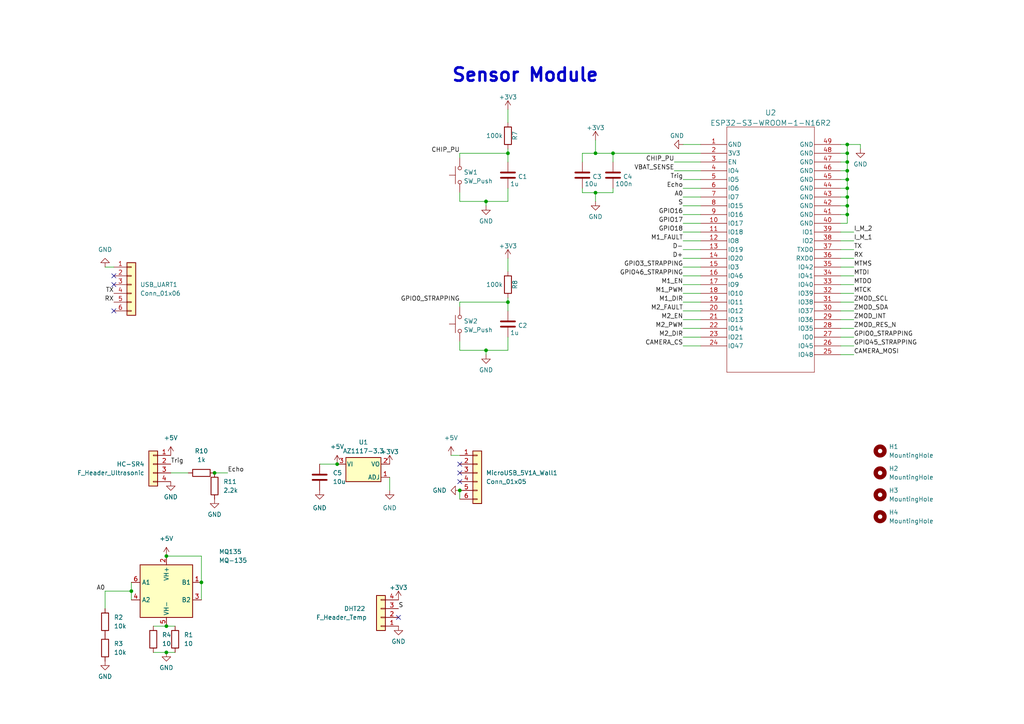
<source format=kicad_sch>
(kicad_sch (version 20230121) (generator eeschema)

  (uuid 668738a4-4fba-4c81-8219-00fa4ae32623)

  (paper "A4")

  (lib_symbols
    (symbol "Connector_Generic:Conn_01x04" (pin_names (offset 1.016) hide) (in_bom yes) (on_board yes)
      (property "Reference" "J" (at 0 5.08 0)
        (effects (font (size 1.27 1.27)))
      )
      (property "Value" "Conn_01x04" (at 0 -7.62 0)
        (effects (font (size 1.27 1.27)))
      )
      (property "Footprint" "" (at 0 0 0)
        (effects (font (size 1.27 1.27)) hide)
      )
      (property "Datasheet" "~" (at 0 0 0)
        (effects (font (size 1.27 1.27)) hide)
      )
      (property "ki_keywords" "connector" (at 0 0 0)
        (effects (font (size 1.27 1.27)) hide)
      )
      (property "ki_description" "Generic connector, single row, 01x04, script generated (kicad-library-utils/schlib/autogen/connector/)" (at 0 0 0)
        (effects (font (size 1.27 1.27)) hide)
      )
      (property "ki_fp_filters" "Connector*:*_1x??_*" (at 0 0 0)
        (effects (font (size 1.27 1.27)) hide)
      )
      (symbol "Conn_01x04_1_1"
        (rectangle (start -1.27 -4.953) (end 0 -5.207)
          (stroke (width 0.1524) (type default))
          (fill (type none))
        )
        (rectangle (start -1.27 -2.413) (end 0 -2.667)
          (stroke (width 0.1524) (type default))
          (fill (type none))
        )
        (rectangle (start -1.27 0.127) (end 0 -0.127)
          (stroke (width 0.1524) (type default))
          (fill (type none))
        )
        (rectangle (start -1.27 2.667) (end 0 2.413)
          (stroke (width 0.1524) (type default))
          (fill (type none))
        )
        (rectangle (start -1.27 3.81) (end 1.27 -6.35)
          (stroke (width 0.254) (type default))
          (fill (type background))
        )
        (pin passive line (at -5.08 2.54 0) (length 3.81)
          (name "Pin_1" (effects (font (size 1.27 1.27))))
          (number "1" (effects (font (size 1.27 1.27))))
        )
        (pin passive line (at -5.08 0 0) (length 3.81)
          (name "Pin_2" (effects (font (size 1.27 1.27))))
          (number "2" (effects (font (size 1.27 1.27))))
        )
        (pin passive line (at -5.08 -2.54 0) (length 3.81)
          (name "Pin_3" (effects (font (size 1.27 1.27))))
          (number "3" (effects (font (size 1.27 1.27))))
        )
        (pin passive line (at -5.08 -5.08 0) (length 3.81)
          (name "Pin_4" (effects (font (size 1.27 1.27))))
          (number "4" (effects (font (size 1.27 1.27))))
        )
      )
    )
    (symbol "Connector_Generic:Conn_01x06" (pin_names (offset 1.016) hide) (in_bom yes) (on_board yes)
      (property "Reference" "J" (at 0 7.62 0)
        (effects (font (size 1.27 1.27)))
      )
      (property "Value" "Conn_01x06" (at 0 -10.16 0)
        (effects (font (size 1.27 1.27)))
      )
      (property "Footprint" "" (at 0 0 0)
        (effects (font (size 1.27 1.27)) hide)
      )
      (property "Datasheet" "~" (at 0 0 0)
        (effects (font (size 1.27 1.27)) hide)
      )
      (property "ki_keywords" "connector" (at 0 0 0)
        (effects (font (size 1.27 1.27)) hide)
      )
      (property "ki_description" "Generic connector, single row, 01x06, script generated (kicad-library-utils/schlib/autogen/connector/)" (at 0 0 0)
        (effects (font (size 1.27 1.27)) hide)
      )
      (property "ki_fp_filters" "Connector*:*_1x??_*" (at 0 0 0)
        (effects (font (size 1.27 1.27)) hide)
      )
      (symbol "Conn_01x06_1_1"
        (rectangle (start -1.27 -7.493) (end 0 -7.747)
          (stroke (width 0.1524) (type default))
          (fill (type none))
        )
        (rectangle (start -1.27 -4.953) (end 0 -5.207)
          (stroke (width 0.1524) (type default))
          (fill (type none))
        )
        (rectangle (start -1.27 -2.413) (end 0 -2.667)
          (stroke (width 0.1524) (type default))
          (fill (type none))
        )
        (rectangle (start -1.27 0.127) (end 0 -0.127)
          (stroke (width 0.1524) (type default))
          (fill (type none))
        )
        (rectangle (start -1.27 2.667) (end 0 2.413)
          (stroke (width 0.1524) (type default))
          (fill (type none))
        )
        (rectangle (start -1.27 5.207) (end 0 4.953)
          (stroke (width 0.1524) (type default))
          (fill (type none))
        )
        (rectangle (start -1.27 6.35) (end 1.27 -8.89)
          (stroke (width 0.254) (type default))
          (fill (type background))
        )
        (pin passive line (at -5.08 5.08 0) (length 3.81)
          (name "Pin_1" (effects (font (size 1.27 1.27))))
          (number "1" (effects (font (size 1.27 1.27))))
        )
        (pin passive line (at -5.08 2.54 0) (length 3.81)
          (name "Pin_2" (effects (font (size 1.27 1.27))))
          (number "2" (effects (font (size 1.27 1.27))))
        )
        (pin passive line (at -5.08 0 0) (length 3.81)
          (name "Pin_3" (effects (font (size 1.27 1.27))))
          (number "3" (effects (font (size 1.27 1.27))))
        )
        (pin passive line (at -5.08 -2.54 0) (length 3.81)
          (name "Pin_4" (effects (font (size 1.27 1.27))))
          (number "4" (effects (font (size 1.27 1.27))))
        )
        (pin passive line (at -5.08 -5.08 0) (length 3.81)
          (name "Pin_5" (effects (font (size 1.27 1.27))))
          (number "5" (effects (font (size 1.27 1.27))))
        )
        (pin passive line (at -5.08 -7.62 0) (length 3.81)
          (name "Pin_6" (effects (font (size 1.27 1.27))))
          (number "6" (effects (font (size 1.27 1.27))))
        )
      )
    )
    (symbol "Device:C" (pin_numbers hide) (pin_names (offset 0.254)) (in_bom yes) (on_board yes)
      (property "Reference" "C" (at 0.635 2.54 0)
        (effects (font (size 1.27 1.27)) (justify left))
      )
      (property "Value" "C" (at 0.635 -2.54 0)
        (effects (font (size 1.27 1.27)) (justify left))
      )
      (property "Footprint" "" (at 0.9652 -3.81 0)
        (effects (font (size 1.27 1.27)) hide)
      )
      (property "Datasheet" "~" (at 0 0 0)
        (effects (font (size 1.27 1.27)) hide)
      )
      (property "ki_keywords" "cap capacitor" (at 0 0 0)
        (effects (font (size 1.27 1.27)) hide)
      )
      (property "ki_description" "Unpolarized capacitor" (at 0 0 0)
        (effects (font (size 1.27 1.27)) hide)
      )
      (property "ki_fp_filters" "C_*" (at 0 0 0)
        (effects (font (size 1.27 1.27)) hide)
      )
      (symbol "C_0_1"
        (polyline
          (pts
            (xy -2.032 -0.762)
            (xy 2.032 -0.762)
          )
          (stroke (width 0.508) (type default))
          (fill (type none))
        )
        (polyline
          (pts
            (xy -2.032 0.762)
            (xy 2.032 0.762)
          )
          (stroke (width 0.508) (type default))
          (fill (type none))
        )
      )
      (symbol "C_1_1"
        (pin passive line (at 0 3.81 270) (length 2.794)
          (name "~" (effects (font (size 1.27 1.27))))
          (number "1" (effects (font (size 1.27 1.27))))
        )
        (pin passive line (at 0 -3.81 90) (length 2.794)
          (name "~" (effects (font (size 1.27 1.27))))
          (number "2" (effects (font (size 1.27 1.27))))
        )
      )
    )
    (symbol "Device:R" (pin_numbers hide) (pin_names (offset 0)) (in_bom yes) (on_board yes)
      (property "Reference" "R" (at 2.032 0 90)
        (effects (font (size 1.27 1.27)))
      )
      (property "Value" "R" (at 0 0 90)
        (effects (font (size 1.27 1.27)))
      )
      (property "Footprint" "" (at -1.778 0 90)
        (effects (font (size 1.27 1.27)) hide)
      )
      (property "Datasheet" "~" (at 0 0 0)
        (effects (font (size 1.27 1.27)) hide)
      )
      (property "ki_keywords" "R res resistor" (at 0 0 0)
        (effects (font (size 1.27 1.27)) hide)
      )
      (property "ki_description" "Resistor" (at 0 0 0)
        (effects (font (size 1.27 1.27)) hide)
      )
      (property "ki_fp_filters" "R_*" (at 0 0 0)
        (effects (font (size 1.27 1.27)) hide)
      )
      (symbol "R_0_1"
        (rectangle (start -1.016 -2.54) (end 1.016 2.54)
          (stroke (width 0.254) (type default))
          (fill (type none))
        )
      )
      (symbol "R_1_1"
        (pin passive line (at 0 3.81 270) (length 1.27)
          (name "~" (effects (font (size 1.27 1.27))))
          (number "1" (effects (font (size 1.27 1.27))))
        )
        (pin passive line (at 0 -3.81 90) (length 1.27)
          (name "~" (effects (font (size 1.27 1.27))))
          (number "2" (effects (font (size 1.27 1.27))))
        )
      )
    )
    (symbol "GND_1" (power) (pin_names (offset 0)) (in_bom yes) (on_board yes)
      (property "Reference" "#PWR" (at 0 -6.35 0)
        (effects (font (size 1.27 1.27)) hide)
      )
      (property "Value" "GND_1" (at 0 -3.81 0)
        (effects (font (size 1.27 1.27)))
      )
      (property "Footprint" "" (at 0 0 0)
        (effects (font (size 1.27 1.27)) hide)
      )
      (property "Datasheet" "" (at 0 0 0)
        (effects (font (size 1.27 1.27)) hide)
      )
      (property "ki_keywords" "global power" (at 0 0 0)
        (effects (font (size 1.27 1.27)) hide)
      )
      (property "ki_description" "Power symbol creates a global label with name \"GND\" , ground" (at 0 0 0)
        (effects (font (size 1.27 1.27)) hide)
      )
      (symbol "GND_1_0_1"
        (polyline
          (pts
            (xy 0 0)
            (xy 0 -1.27)
            (xy 1.27 -1.27)
            (xy 0 -2.54)
            (xy -1.27 -1.27)
            (xy 0 -1.27)
          )
          (stroke (width 0) (type default))
          (fill (type none))
        )
      )
      (symbol "GND_1_1_1"
        (pin power_in line (at 0 0 270) (length 0) hide
          (name "GND" (effects (font (size 1.27 1.27))))
          (number "1" (effects (font (size 1.27 1.27))))
        )
      )
    )
    (symbol "GND_2" (power) (pin_names (offset 0)) (in_bom yes) (on_board yes)
      (property "Reference" "#PWR" (at 0 -6.35 0)
        (effects (font (size 1.27 1.27)) hide)
      )
      (property "Value" "GND_2" (at 0 -3.81 0)
        (effects (font (size 1.27 1.27)))
      )
      (property "Footprint" "" (at 0 0 0)
        (effects (font (size 1.27 1.27)) hide)
      )
      (property "Datasheet" "" (at 0 0 0)
        (effects (font (size 1.27 1.27)) hide)
      )
      (property "ki_keywords" "global power" (at 0 0 0)
        (effects (font (size 1.27 1.27)) hide)
      )
      (property "ki_description" "Power symbol creates a global label with name \"GND\" , ground" (at 0 0 0)
        (effects (font (size 1.27 1.27)) hide)
      )
      (symbol "GND_2_0_1"
        (polyline
          (pts
            (xy 0 0)
            (xy 0 -1.27)
            (xy 1.27 -1.27)
            (xy 0 -2.54)
            (xy -1.27 -1.27)
            (xy 0 -1.27)
          )
          (stroke (width 0) (type default))
          (fill (type none))
        )
      )
      (symbol "GND_2_1_1"
        (pin power_in line (at 0 0 270) (length 0) hide
          (name "GND" (effects (font (size 1.27 1.27))))
          (number "1" (effects (font (size 1.27 1.27))))
        )
      )
    )
    (symbol "Mechanical:MountingHole" (pin_names (offset 1.016)) (in_bom yes) (on_board yes)
      (property "Reference" "H" (at 0 5.08 0)
        (effects (font (size 1.27 1.27)))
      )
      (property "Value" "MountingHole" (at 0 3.175 0)
        (effects (font (size 1.27 1.27)))
      )
      (property "Footprint" "" (at 0 0 0)
        (effects (font (size 1.27 1.27)) hide)
      )
      (property "Datasheet" "~" (at 0 0 0)
        (effects (font (size 1.27 1.27)) hide)
      )
      (property "ki_keywords" "mounting hole" (at 0 0 0)
        (effects (font (size 1.27 1.27)) hide)
      )
      (property "ki_description" "Mounting Hole without connection" (at 0 0 0)
        (effects (font (size 1.27 1.27)) hide)
      )
      (property "ki_fp_filters" "MountingHole*" (at 0 0 0)
        (effects (font (size 1.27 1.27)) hide)
      )
      (symbol "MountingHole_0_1"
        (circle (center 0 0) (radius 1.27)
          (stroke (width 1.27) (type default))
          (fill (type none))
        )
      )
    )
    (symbol "Regulator_Linear:AZ1117-3.3" (pin_names (offset 0.254)) (in_bom yes) (on_board yes)
      (property "Reference" "U1" (at 0 6.35 0)
        (effects (font (size 1.27 1.27)))
      )
      (property "Value" "AZ1117-3.3" (at 0 3.81 0)
        (effects (font (size 1.27 1.27)))
      )
      (property "Footprint" "local_footprints:AZ1117C-TO252-2" (at 0 6.35 0)
        (effects (font (size 1.27 1.27) italic) hide)
      )
      (property "Datasheet" "https://www.diodes.com/assets/Datasheets/AZ1117.pdf" (at 0 -2.54 0)
        (effects (font (size 1.27 1.27)) hide)
      )
      (property "ki_keywords" "Fixed Voltage Regulator 1A Positive LDO" (at 0 0 0)
        (effects (font (size 1.27 1.27)) hide)
      )
      (property "ki_description" "1A 20V Fixed LDO Linear Regulator, 3.3V, SOT-89/SOT-223/TO-220/TO-252/TO-263" (at 0 0 0)
        (effects (font (size 1.27 1.27)) hide)
      )
      (property "ki_fp_filters" "SOT?223* SOT?89* TO?220* TO?252* TO?263*" (at 0 0 0)
        (effects (font (size 1.27 1.27)) hide)
      )
      (symbol "AZ1117-3.3_0_1"
        (rectangle (start -5.08 1.905) (end 5.08 -5.08)
          (stroke (width 0.254) (type default))
          (fill (type background))
        )
      )
      (symbol "AZ1117-3.3_1_1"
        (pin power_out line (at 7.62 -3.81 180) (length 2.54)
          (name "ADJ" (effects (font (size 1.27 1.27))))
          (number "1" (effects (font (size 1.27 1.27))))
        )
        (pin power_out line (at 7.62 0 180) (length 2.54)
          (name "VO" (effects (font (size 1.27 1.27))))
          (number "2" (effects (font (size 1.27 1.27))))
        )
        (pin power_in line (at -7.62 0 0) (length 2.54)
          (name "VI" (effects (font (size 1.27 1.27))))
          (number "3" (effects (font (size 1.27 1.27))))
        )
      )
    )
    (symbol "Sensor_Gas:MQ-6" (in_bom yes) (on_board yes)
      (property "Reference" "U" (at -6.35 8.89 0)
        (effects (font (size 1.27 1.27)))
      )
      (property "Value" "MQ-6" (at 3.81 8.89 0)
        (effects (font (size 1.27 1.27)))
      )
      (property "Footprint" "Sensor:MQ-6" (at 1.27 -11.43 0)
        (effects (font (size 1.27 1.27)) hide)
      )
      (property "Datasheet" "https://www.winsen-sensor.com/d/files/semiconductor/mq-6.pdf" (at 0 6.35 0)
        (effects (font (size 1.27 1.27)) hide)
      )
      (property "ki_keywords" "flammable gas sensor LPG" (at 0 0 0)
        (effects (font (size 1.27 1.27)) hide)
      )
      (property "ki_description" "Semiconductor Sensor for Flammable Gas" (at 0 0 0)
        (effects (font (size 1.27 1.27)) hide)
      )
      (property "ki_fp_filters" "*MQ*6*" (at 0 0 0)
        (effects (font (size 1.27 1.27)) hide)
      )
      (symbol "MQ-6_0_1"
        (rectangle (start -7.62 7.62) (end 7.62 -7.62)
          (stroke (width 0.254) (type default))
          (fill (type background))
        )
      )
      (symbol "MQ-6_1_1"
        (pin passive line (at 10.16 2.54 180) (length 2.54)
          (name "B1" (effects (font (size 1.27 1.27))))
          (number "1" (effects (font (size 1.27 1.27))))
        )
        (pin power_in line (at 0 10.16 270) (length 2.54)
          (name "VH+" (effects (font (size 1.27 1.27))))
          (number "2" (effects (font (size 1.27 1.27))))
        )
        (pin passive line (at 10.16 -2.54 180) (length 2.54)
          (name "B2" (effects (font (size 1.27 1.27))))
          (number "3" (effects (font (size 1.27 1.27))))
        )
        (pin passive line (at -10.16 -2.54 0) (length 2.54)
          (name "A2" (effects (font (size 1.27 1.27))))
          (number "4" (effects (font (size 1.27 1.27))))
        )
        (pin power_in line (at 0 -10.16 90) (length 2.54)
          (name "VH-" (effects (font (size 1.27 1.27))))
          (number "5" (effects (font (size 1.27 1.27))))
        )
        (pin passive line (at -10.16 2.54 0) (length 2.54)
          (name "A1" (effects (font (size 1.27 1.27))))
          (number "6" (effects (font (size 1.27 1.27))))
        )
      )
    )
    (symbol "Switch:SW_Push" (pin_numbers hide) (pin_names (offset 1.016) hide) (in_bom yes) (on_board yes)
      (property "Reference" "SW" (at 1.27 2.54 0)
        (effects (font (size 1.27 1.27)) (justify left))
      )
      (property "Value" "SW_Push" (at 0 -1.524 0)
        (effects (font (size 1.27 1.27)))
      )
      (property "Footprint" "" (at 0 5.08 0)
        (effects (font (size 1.27 1.27)) hide)
      )
      (property "Datasheet" "~" (at 0 5.08 0)
        (effects (font (size 1.27 1.27)) hide)
      )
      (property "ki_keywords" "switch normally-open pushbutton push-button" (at 0 0 0)
        (effects (font (size 1.27 1.27)) hide)
      )
      (property "ki_description" "Push button switch, generic, two pins" (at 0 0 0)
        (effects (font (size 1.27 1.27)) hide)
      )
      (symbol "SW_Push_0_1"
        (circle (center -2.032 0) (radius 0.508)
          (stroke (width 0) (type default))
          (fill (type none))
        )
        (polyline
          (pts
            (xy 0 1.27)
            (xy 0 3.048)
          )
          (stroke (width 0) (type default))
          (fill (type none))
        )
        (polyline
          (pts
            (xy 2.54 1.27)
            (xy -2.54 1.27)
          )
          (stroke (width 0) (type default))
          (fill (type none))
        )
        (circle (center 2.032 0) (radius 0.508)
          (stroke (width 0) (type default))
          (fill (type none))
        )
        (pin passive line (at -5.08 0 0) (length 2.54)
          (name "1" (effects (font (size 1.27 1.27))))
          (number "1" (effects (font (size 1.27 1.27))))
        )
        (pin passive line (at 5.08 0 180) (length 2.54)
          (name "2" (effects (font (size 1.27 1.27))))
          (number "2" (effects (font (size 1.27 1.27))))
        )
      )
    )
    (symbol "basic:C" (pin_numbers hide) (pin_names (offset 0.254)) (in_bom yes) (on_board yes)
      (property "Reference" "C" (at 0.635 2.54 0)
        (effects (font (size 1.27 1.27)) (justify left))
      )
      (property "Value" "C" (at 0.635 -2.54 0)
        (effects (font (size 1.27 1.27)) (justify left) hide)
      )
      (property "Footprint" "" (at 0.9652 -3.81 0)
        (effects (font (size 1.27 1.27)) hide)
      )
      (property "Datasheet" "~" (at 0 0 0)
        (effects (font (size 1.27 1.27)) hide)
      )
      (property "ki_keywords" "cap capacitor" (at 0 0 0)
        (effects (font (size 1.27 1.27)) hide)
      )
      (property "ki_description" "Unpolarized capacitor" (at 0 0 0)
        (effects (font (size 1.27 1.27)) hide)
      )
      (property "ki_fp_filters" "C_*" (at 0 0 0)
        (effects (font (size 1.27 1.27)) hide)
      )
      (symbol "C_0_1"
        (polyline
          (pts
            (xy -2.032 -0.762)
            (xy 2.032 -0.762)
          )
          (stroke (width 0.508) (type default))
          (fill (type none))
        )
        (polyline
          (pts
            (xy -2.032 0.762)
            (xy 2.032 0.762)
          )
          (stroke (width 0.508) (type default))
          (fill (type none))
        )
      )
      (symbol "C_1_1"
        (pin passive line (at 0 3.81 270) (length 2.794)
          (name "~" (effects (font (size 1.27 1.27))))
          (number "1" (effects (font (size 1.27 1.27))))
        )
        (pin passive line (at 0 -3.81 90) (length 2.794)
          (name "~" (effects (font (size 1.27 1.27))))
          (number "2" (effects (font (size 1.27 1.27))))
        )
      )
    )
    (symbol "basic:R" (pin_numbers hide) (pin_names (offset 0)) (in_bom yes) (on_board yes)
      (property "Reference" "R" (at 2.032 0 90)
        (effects (font (size 1.27 1.27)) hide)
      )
      (property "Value" "R" (at 0 0 90)
        (effects (font (size 1.27 1.27)))
      )
      (property "Footprint" "" (at -1.778 0 90)
        (effects (font (size 1.27 1.27)) hide)
      )
      (property "Datasheet" "~" (at 0 0 0)
        (effects (font (size 1.27 1.27)) hide)
      )
      (property "ki_keywords" "R res resistor" (at 0 0 0)
        (effects (font (size 1.27 1.27)) hide)
      )
      (property "ki_description" "Resistor" (at 0 0 0)
        (effects (font (size 1.27 1.27)) hide)
      )
      (property "ki_fp_filters" "R_*" (at 0 0 0)
        (effects (font (size 1.27 1.27)) hide)
      )
      (symbol "R_0_1"
        (rectangle (start -1.016 -2.54) (end 1.016 2.54)
          (stroke (width 0.254) (type default))
          (fill (type none))
        )
      )
      (symbol "R_1_1"
        (pin passive line (at 0 3.81 270) (length 1.27)
          (name "~" (effects (font (size 1.27 1.27))))
          (number "1" (effects (font (size 1.27 1.27))))
        )
        (pin passive line (at 0 -3.81 90) (length 1.27)
          (name "~" (effects (font (size 1.27 1.27))))
          (number "2" (effects (font (size 1.27 1.27))))
        )
      )
    )
    (symbol "local_symbols:ESP32-S3-WROOM-1-N16R2" (pin_names (offset 0.254)) (in_bom yes) (on_board yes)
      (property "Reference" "U" (at 20.32 10.16 0)
        (effects (font (size 1.524 1.524)))
      )
      (property "Value" "ESP32-S3-WROOM-1-N16R2" (at 20.32 7.62 0)
        (effects (font (size 1.524 1.524)))
      )
      (property "Footprint" "ESP32-S3-WROOM-1_EXP" (at 0 0 0)
        (effects (font (size 1.27 1.27) italic) hide)
      )
      (property "Datasheet" "ESP32-S3-WROOM-1-N16R2" (at 0 0 0)
        (effects (font (size 1.27 1.27) italic) hide)
      )
      (property "ki_locked" "" (at 0 0 0)
        (effects (font (size 1.27 1.27)))
      )
      (property "ki_keywords" "ESP32-S3-WROOM-1-N16R2" (at 0 0 0)
        (effects (font (size 1.27 1.27)) hide)
      )
      (property "ki_fp_filters" "ESP32-S3-WROOM-1_EXP" (at 0 0 0)
        (effects (font (size 1.27 1.27)) hide)
      )
      (symbol "ESP32-S3-WROOM-1-N16R2_0_1"
        (polyline
          (pts
            (xy 7.62 -66.04)
            (xy 33.02 -66.04)
          )
          (stroke (width 0.127) (type default))
          (fill (type none))
        )
        (polyline
          (pts
            (xy 7.62 5.08)
            (xy 7.62 -66.04)
          )
          (stroke (width 0.127) (type default))
          (fill (type none))
        )
        (polyline
          (pts
            (xy 33.02 -66.04)
            (xy 33.02 5.08)
          )
          (stroke (width 0.127) (type default))
          (fill (type none))
        )
        (polyline
          (pts
            (xy 33.02 5.08)
            (xy 7.62 5.08)
          )
          (stroke (width 0.127) (type default))
          (fill (type none))
        )
        (pin power_out line (at 0 0 0) (length 7.62)
          (name "GND" (effects (font (size 1.27 1.27))))
          (number "1" (effects (font (size 1.27 1.27))))
        )
        (pin bidirectional line (at 0 -22.86 0) (length 7.62)
          (name "IO17" (effects (font (size 1.27 1.27))))
          (number "10" (effects (font (size 1.27 1.27))))
        )
        (pin bidirectional line (at 0 -25.4 0) (length 7.62)
          (name "IO18" (effects (font (size 1.27 1.27))))
          (number "11" (effects (font (size 1.27 1.27))))
        )
        (pin bidirectional line (at 0 -27.94 0) (length 7.62)
          (name "IO8" (effects (font (size 1.27 1.27))))
          (number "12" (effects (font (size 1.27 1.27))))
        )
        (pin bidirectional line (at 0 -30.48 0) (length 7.62)
          (name "IO19" (effects (font (size 1.27 1.27))))
          (number "13" (effects (font (size 1.27 1.27))))
        )
        (pin bidirectional line (at 0 -33.02 0) (length 7.62)
          (name "IO20" (effects (font (size 1.27 1.27))))
          (number "14" (effects (font (size 1.27 1.27))))
        )
        (pin bidirectional line (at 0 -35.56 0) (length 7.62)
          (name "IO3" (effects (font (size 1.27 1.27))))
          (number "15" (effects (font (size 1.27 1.27))))
        )
        (pin bidirectional line (at 0 -38.1 0) (length 7.62)
          (name "IO46" (effects (font (size 1.27 1.27))))
          (number "16" (effects (font (size 1.27 1.27))))
        )
        (pin bidirectional line (at 0 -40.64 0) (length 7.62)
          (name "IO9" (effects (font (size 1.27 1.27))))
          (number "17" (effects (font (size 1.27 1.27))))
        )
        (pin bidirectional line (at 0 -43.18 0) (length 7.62)
          (name "IO10" (effects (font (size 1.27 1.27))))
          (number "18" (effects (font (size 1.27 1.27))))
        )
        (pin bidirectional line (at 0 -45.72 0) (length 7.62)
          (name "IO11" (effects (font (size 1.27 1.27))))
          (number "19" (effects (font (size 1.27 1.27))))
        )
        (pin power_in line (at 0 -2.54 0) (length 7.62)
          (name "3V3" (effects (font (size 1.27 1.27))))
          (number "2" (effects (font (size 1.27 1.27))))
        )
        (pin bidirectional line (at 0 -48.26 0) (length 7.62)
          (name "IO12" (effects (font (size 1.27 1.27))))
          (number "20" (effects (font (size 1.27 1.27))))
        )
        (pin bidirectional line (at 0 -50.8 0) (length 7.62)
          (name "IO13" (effects (font (size 1.27 1.27))))
          (number "21" (effects (font (size 1.27 1.27))))
        )
        (pin bidirectional line (at 0 -53.34 0) (length 7.62)
          (name "IO14" (effects (font (size 1.27 1.27))))
          (number "22" (effects (font (size 1.27 1.27))))
        )
        (pin bidirectional line (at 0 -55.88 0) (length 7.62)
          (name "IO21" (effects (font (size 1.27 1.27))))
          (number "23" (effects (font (size 1.27 1.27))))
        )
        (pin bidirectional line (at 0 -58.42 0) (length 7.62)
          (name "IO47" (effects (font (size 1.27 1.27))))
          (number "24" (effects (font (size 1.27 1.27))))
        )
        (pin bidirectional line (at 40.64 -60.96 180) (length 7.62)
          (name "IO48" (effects (font (size 1.27 1.27))))
          (number "25" (effects (font (size 1.27 1.27))))
        )
        (pin bidirectional line (at 40.64 -58.42 180) (length 7.62)
          (name "IO45" (effects (font (size 1.27 1.27))))
          (number "26" (effects (font (size 1.27 1.27))))
        )
        (pin bidirectional line (at 40.64 -55.88 180) (length 7.62)
          (name "IO0" (effects (font (size 1.27 1.27))))
          (number "27" (effects (font (size 1.27 1.27))))
        )
        (pin bidirectional line (at 40.64 -53.34 180) (length 7.62)
          (name "IO35" (effects (font (size 1.27 1.27))))
          (number "28" (effects (font (size 1.27 1.27))))
        )
        (pin bidirectional line (at 40.64 -50.8 180) (length 7.62)
          (name "IO36" (effects (font (size 1.27 1.27))))
          (number "29" (effects (font (size 1.27 1.27))))
        )
        (pin input line (at 0 -5.08 0) (length 7.62)
          (name "EN" (effects (font (size 1.27 1.27))))
          (number "3" (effects (font (size 1.27 1.27))))
        )
        (pin bidirectional line (at 40.64 -48.26 180) (length 7.62)
          (name "IO37" (effects (font (size 1.27 1.27))))
          (number "30" (effects (font (size 1.27 1.27))))
        )
        (pin bidirectional line (at 40.64 -45.72 180) (length 7.62)
          (name "IO38" (effects (font (size 1.27 1.27))))
          (number "31" (effects (font (size 1.27 1.27))))
        )
        (pin bidirectional line (at 40.64 -43.18 180) (length 7.62)
          (name "IO39" (effects (font (size 1.27 1.27))))
          (number "32" (effects (font (size 1.27 1.27))))
        )
        (pin bidirectional line (at 40.64 -40.64 180) (length 7.62)
          (name "IO40" (effects (font (size 1.27 1.27))))
          (number "33" (effects (font (size 1.27 1.27))))
        )
        (pin bidirectional line (at 40.64 -38.1 180) (length 7.62)
          (name "IO41" (effects (font (size 1.27 1.27))))
          (number "34" (effects (font (size 1.27 1.27))))
        )
        (pin bidirectional line (at 40.64 -35.56 180) (length 7.62)
          (name "IO42" (effects (font (size 1.27 1.27))))
          (number "35" (effects (font (size 1.27 1.27))))
        )
        (pin bidirectional line (at 40.64 -33.02 180) (length 7.62)
          (name "RXD0" (effects (font (size 1.27 1.27))))
          (number "36" (effects (font (size 1.27 1.27))))
        )
        (pin bidirectional line (at 40.64 -30.48 180) (length 7.62)
          (name "TXD0" (effects (font (size 1.27 1.27))))
          (number "37" (effects (font (size 1.27 1.27))))
        )
        (pin bidirectional line (at 40.64 -27.94 180) (length 7.62)
          (name "IO2" (effects (font (size 1.27 1.27))))
          (number "38" (effects (font (size 1.27 1.27))))
        )
        (pin bidirectional line (at 40.64 -25.4 180) (length 7.62)
          (name "IO1" (effects (font (size 1.27 1.27))))
          (number "39" (effects (font (size 1.27 1.27))))
        )
        (pin bidirectional line (at 0 -7.62 0) (length 7.62)
          (name "IO4" (effects (font (size 1.27 1.27))))
          (number "4" (effects (font (size 1.27 1.27))))
        )
        (pin power_out line (at 40.64 -22.86 180) (length 7.62)
          (name "GND" (effects (font (size 1.27 1.27))))
          (number "40" (effects (font (size 1.27 1.27))))
        )
        (pin power_out line (at 40.64 -20.32 180) (length 7.62)
          (name "GND" (effects (font (size 1.27 1.27))))
          (number "41" (effects (font (size 1.27 1.27))))
        )
        (pin power_out line (at 40.64 -17.78 180) (length 7.62)
          (name "GND" (effects (font (size 1.27 1.27))))
          (number "42" (effects (font (size 1.27 1.27))))
        )
        (pin power_out line (at 40.64 -15.24 180) (length 7.62)
          (name "GND" (effects (font (size 1.27 1.27))))
          (number "43" (effects (font (size 1.27 1.27))))
        )
        (pin power_out line (at 40.64 -12.7 180) (length 7.62)
          (name "GND" (effects (font (size 1.27 1.27))))
          (number "44" (effects (font (size 1.27 1.27))))
        )
        (pin power_out line (at 40.64 -10.16 180) (length 7.62)
          (name "GND" (effects (font (size 1.27 1.27))))
          (number "45" (effects (font (size 1.27 1.27))))
        )
        (pin power_out line (at 40.64 -7.62 180) (length 7.62)
          (name "GND" (effects (font (size 1.27 1.27))))
          (number "46" (effects (font (size 1.27 1.27))))
        )
        (pin power_out line (at 40.64 -5.08 180) (length 7.62)
          (name "GND" (effects (font (size 1.27 1.27))))
          (number "47" (effects (font (size 1.27 1.27))))
        )
        (pin power_out line (at 40.64 -2.54 180) (length 7.62)
          (name "GND" (effects (font (size 1.27 1.27))))
          (number "48" (effects (font (size 1.27 1.27))))
        )
        (pin power_out line (at 40.64 0 180) (length 7.62)
          (name "GND" (effects (font (size 1.27 1.27))))
          (number "49" (effects (font (size 1.27 1.27))))
        )
        (pin bidirectional line (at 0 -10.16 0) (length 7.62)
          (name "IO5" (effects (font (size 1.27 1.27))))
          (number "5" (effects (font (size 1.27 1.27))))
        )
        (pin bidirectional line (at 0 -12.7 0) (length 7.62)
          (name "IO6" (effects (font (size 1.27 1.27))))
          (number "6" (effects (font (size 1.27 1.27))))
        )
        (pin bidirectional line (at 0 -15.24 0) (length 7.62)
          (name "IO7" (effects (font (size 1.27 1.27))))
          (number "7" (effects (font (size 1.27 1.27))))
        )
        (pin bidirectional line (at 0 -17.78 0) (length 7.62)
          (name "IO15" (effects (font (size 1.27 1.27))))
          (number "8" (effects (font (size 1.27 1.27))))
        )
        (pin bidirectional line (at 0 -20.32 0) (length 7.62)
          (name "IO16" (effects (font (size 1.27 1.27))))
          (number "9" (effects (font (size 1.27 1.27))))
        )
      )
    )
    (symbol "power:+3V3" (power) (pin_names (offset 0)) (in_bom yes) (on_board yes)
      (property "Reference" "#PWR" (at 0 -3.81 0)
        (effects (font (size 1.27 1.27)) hide)
      )
      (property "Value" "+3V3" (at 0 3.556 0)
        (effects (font (size 1.27 1.27)))
      )
      (property "Footprint" "" (at 0 0 0)
        (effects (font (size 1.27 1.27)) hide)
      )
      (property "Datasheet" "" (at 0 0 0)
        (effects (font (size 1.27 1.27)) hide)
      )
      (property "ki_keywords" "power-flag" (at 0 0 0)
        (effects (font (size 1.27 1.27)) hide)
      )
      (property "ki_description" "Power symbol creates a global label with name \"+3V3\"" (at 0 0 0)
        (effects (font (size 1.27 1.27)) hide)
      )
      (symbol "+3V3_0_1"
        (polyline
          (pts
            (xy -0.762 1.27)
            (xy 0 2.54)
          )
          (stroke (width 0) (type default))
          (fill (type none))
        )
        (polyline
          (pts
            (xy 0 0)
            (xy 0 2.54)
          )
          (stroke (width 0) (type default))
          (fill (type none))
        )
        (polyline
          (pts
            (xy 0 2.54)
            (xy 0.762 1.27)
          )
          (stroke (width 0) (type default))
          (fill (type none))
        )
      )
      (symbol "+3V3_1_1"
        (pin power_in line (at 0 0 90) (length 0) hide
          (name "+3V3" (effects (font (size 1.27 1.27))))
          (number "1" (effects (font (size 1.27 1.27))))
        )
      )
    )
    (symbol "power:+5V" (power) (pin_names (offset 0)) (in_bom yes) (on_board yes)
      (property "Reference" "#PWR" (at 0 -3.81 0)
        (effects (font (size 1.27 1.27)) hide)
      )
      (property "Value" "+5V" (at 0 3.556 0)
        (effects (font (size 1.27 1.27)))
      )
      (property "Footprint" "" (at 0 0 0)
        (effects (font (size 1.27 1.27)) hide)
      )
      (property "Datasheet" "" (at 0 0 0)
        (effects (font (size 1.27 1.27)) hide)
      )
      (property "ki_keywords" "global power" (at 0 0 0)
        (effects (font (size 1.27 1.27)) hide)
      )
      (property "ki_description" "Power symbol creates a global label with name \"+5V\"" (at 0 0 0)
        (effects (font (size 1.27 1.27)) hide)
      )
      (symbol "+5V_0_1"
        (polyline
          (pts
            (xy -0.762 1.27)
            (xy 0 2.54)
          )
          (stroke (width 0) (type default))
          (fill (type none))
        )
        (polyline
          (pts
            (xy 0 0)
            (xy 0 2.54)
          )
          (stroke (width 0) (type default))
          (fill (type none))
        )
        (polyline
          (pts
            (xy 0 2.54)
            (xy 0.762 1.27)
          )
          (stroke (width 0) (type default))
          (fill (type none))
        )
      )
      (symbol "+5V_1_1"
        (pin power_in line (at 0 0 90) (length 0) hide
          (name "+5V" (effects (font (size 1.27 1.27))))
          (number "1" (effects (font (size 1.27 1.27))))
        )
      )
    )
    (symbol "power:GND" (power) (pin_names (offset 0)) (in_bom yes) (on_board yes)
      (property "Reference" "#PWR" (at 0 -6.35 0)
        (effects (font (size 1.27 1.27)) hide)
      )
      (property "Value" "GND" (at 0 -3.81 0)
        (effects (font (size 1.27 1.27)))
      )
      (property "Footprint" "" (at 0 0 0)
        (effects (font (size 1.27 1.27)) hide)
      )
      (property "Datasheet" "" (at 0 0 0)
        (effects (font (size 1.27 1.27)) hide)
      )
      (property "ki_keywords" "power-flag" (at 0 0 0)
        (effects (font (size 1.27 1.27)) hide)
      )
      (property "ki_description" "Power symbol creates a global label with name \"GND\" , ground" (at 0 0 0)
        (effects (font (size 1.27 1.27)) hide)
      )
      (symbol "GND_0_1"
        (polyline
          (pts
            (xy 0 0)
            (xy 0 -1.27)
            (xy 1.27 -1.27)
            (xy 0 -2.54)
            (xy -1.27 -1.27)
            (xy 0 -1.27)
          )
          (stroke (width 0) (type default))
          (fill (type none))
        )
      )
      (symbol "GND_1_1"
        (pin power_in line (at 0 0 270) (length 0) hide
          (name "GND" (effects (font (size 1.27 1.27))))
          (number "1" (effects (font (size 1.27 1.27))))
        )
      )
    )
  )

  (junction (at 245.745 62.23) (diameter 0) (color 0 0 0 0)
    (uuid 08c12525-63a6-4f19-a47e-0fd4c9e53193)
  )
  (junction (at 48.26 189.23) (diameter 0) (color 0 0 0 0)
    (uuid 0ad7292e-3424-42ea-873a-35cccef1355a)
  )
  (junction (at 245.745 59.69) (diameter 0) (color 0 0 0 0)
    (uuid 0b2b23cf-2d7d-4083-8526-b44d1be72dcb)
  )
  (junction (at 245.745 57.15) (diameter 0) (color 0 0 0 0)
    (uuid 246f6629-1be3-440e-996b-bd32ee523b23)
  )
  (junction (at 245.745 49.53) (diameter 0) (color 0 0 0 0)
    (uuid 59fad53d-6e34-4332-b23b-9a1ac35071c2)
  )
  (junction (at 140.97 58.42) (diameter 0) (color 0 0 0 0)
    (uuid 5cc0b6e9-ac89-478b-a5bf-fc91890acf78)
  )
  (junction (at 172.72 55.88) (diameter 0) (color 0 0 0 0)
    (uuid 5eea7444-b4fb-48cf-8873-332c40d1d590)
  )
  (junction (at 245.745 44.45) (diameter 0) (color 0 0 0 0)
    (uuid 64a79c12-c640-4425-b944-63b8a0b2f89c)
  )
  (junction (at 172.72 44.45) (diameter 0) (color 0 0 0 0)
    (uuid 6604d418-40bb-4955-9f4d-fcc457465454)
  )
  (junction (at 245.745 46.99) (diameter 0) (color 0 0 0 0)
    (uuid 6b1875ad-fc48-4fcc-84ce-e79db9453da8)
  )
  (junction (at 245.745 52.07) (diameter 0) (color 0 0 0 0)
    (uuid 6b20b375-3f56-4652-bf4a-a4391a5db5f5)
  )
  (junction (at 48.26 161.29) (diameter 0) (color 0 0 0 0)
    (uuid 713def40-6f39-493f-b7ec-d05a8c99c20d)
  )
  (junction (at 58.42 168.91) (diameter 0) (color 0 0 0 0)
    (uuid 76e3c168-6624-4d0f-bfe8-879b983bc183)
  )
  (junction (at 147.32 44.45) (diameter 0) (color 0 0 0 0)
    (uuid 807860c8-9d65-4727-a5ef-853bcdb38a60)
  )
  (junction (at 245.745 54.61) (diameter 0) (color 0 0 0 0)
    (uuid 96c5bfe6-ff14-489a-bbf3-0053206012f8)
  )
  (junction (at 147.32 87.63) (diameter 0) (color 0 0 0 0)
    (uuid aaa91c53-70b9-4751-a17c-da75112adfb0)
  )
  (junction (at 62.23 137.16) (diameter 0) (color 0 0 0 0)
    (uuid b51f2692-4ec7-4672-b287-4e1625b2413e)
  )
  (junction (at 140.97 101.6) (diameter 0) (color 0 0 0 0)
    (uuid bf4756d7-4c91-4bf3-a728-a999e07bcda0)
  )
  (junction (at 177.8 44.45) (diameter 0) (color 0 0 0 0)
    (uuid cb6b651e-a04a-42bb-b281-32888a5f2d31)
  )
  (junction (at 97.79 134.62) (diameter 0) (color 0 0 0 0)
    (uuid d7d508a2-90a4-409e-95d0-af0b18b9cc84)
  )
  (junction (at 133.35 142.24) (diameter 0) (color 0 0 0 0)
    (uuid dd3c1a85-1dc6-401b-b3ca-d2d656fde6f1)
  )
  (junction (at 245.745 41.91) (diameter 0) (color 0 0 0 0)
    (uuid e5971096-3266-45e3-bdff-4c789e2f7f69)
  )
  (junction (at 48.26 181.61) (diameter 0) (color 0 0 0 0)
    (uuid e929c667-4b63-4b2c-87b7-b98e87c7e567)
  )
  (junction (at 38.1 171.45) (diameter 0) (color 0 0 0 0)
    (uuid ecda6c85-b5c4-40f8-9212-2be3979a8505)
  )

  (no_connect (at 115.57 179.07) (uuid 18f047f0-da6f-41b5-b6ae-50fbd1d56ba2))
  (no_connect (at 133.35 134.62) (uuid 4dc56aae-8349-49b0-bb90-9480182d5673))
  (no_connect (at 33.02 90.17) (uuid 624381f8-1012-486b-91cc-a113ebbdcc02))
  (no_connect (at 33.02 82.55) (uuid 77f9b52a-356d-48a4-8709-da8afcb1f5dc))
  (no_connect (at 33.02 80.01) (uuid 9d232808-e161-4289-ba51-fd8e69f79109))
  (no_connect (at 133.35 139.7) (uuid a82c43bd-44a6-42a0-b58b-a7ceb71f2b55))
  (no_connect (at 133.35 137.16) (uuid ee33f327-f6a5-4aa7-a02c-1ae6be29de2b))

  (wire (pts (xy 177.8 54.61) (xy 177.8 55.88))
    (stroke (width 0) (type default))
    (uuid 052eacb0-d5ce-4466-bb95-8c83ebbc37ce)
  )
  (wire (pts (xy 245.745 54.61) (xy 245.745 52.07))
    (stroke (width 0) (type default))
    (uuid 09f88671-7565-46cc-b04b-172c61d5e976)
  )
  (wire (pts (xy 133.35 58.42) (xy 140.97 58.42))
    (stroke (width 0) (type default))
    (uuid 0a2e0753-2541-43b0-ac7f-bacaa403632a)
  )
  (wire (pts (xy 177.8 44.45) (xy 203.2 44.45))
    (stroke (width 0) (type default))
    (uuid 11f9dd49-f380-4f6b-a360-28574ee6656e)
  )
  (wire (pts (xy 198.12 67.31) (xy 203.2 67.31))
    (stroke (width 0) (type default))
    (uuid 1315e68b-bcaf-4d14-b11c-6d0997c4c035)
  )
  (wire (pts (xy 147.32 31.75) (xy 147.32 35.56))
    (stroke (width 0) (type default))
    (uuid 14563ea6-4425-4a6b-b52c-ff1df940a0ce)
  )
  (wire (pts (xy 44.45 189.23) (xy 48.26 189.23))
    (stroke (width 0) (type default))
    (uuid 18cd6f6a-a158-4c67-ba0e-1188157e27ae)
  )
  (wire (pts (xy 147.32 43.18) (xy 147.32 44.45))
    (stroke (width 0) (type default))
    (uuid 1a3fa4ab-8c23-4cb8-9032-773878922cb4)
  )
  (wire (pts (xy 243.84 74.93) (xy 247.65 74.93))
    (stroke (width 0) (type default))
    (uuid 1bba27d5-f02f-40b7-be42-6b2fb8333b04)
  )
  (wire (pts (xy 133.35 88.9) (xy 133.35 87.63))
    (stroke (width 0) (type default))
    (uuid 1e06eaf5-3ac6-40bf-9f7a-77bc6735355b)
  )
  (wire (pts (xy 50.8 181.61) (xy 48.26 181.61))
    (stroke (width 0) (type default))
    (uuid 22598803-d1e6-4a4a-8f59-7b12a6e8761e)
  )
  (wire (pts (xy 62.23 137.16) (xy 66.04 137.16))
    (stroke (width 0) (type default))
    (uuid 2363cb6d-cfc8-4657-9707-1880b0fcc926)
  )
  (wire (pts (xy 113.03 138.43) (xy 113.03 142.24))
    (stroke (width 0) (type default))
    (uuid 23d746cf-c549-405f-87b8-e7d0891e9362)
  )
  (wire (pts (xy 195.58 49.53) (xy 203.2 49.53))
    (stroke (width 0) (type default))
    (uuid 25c8c6b0-3577-496a-92d1-6e350c475f13)
  )
  (wire (pts (xy 58.42 168.91) (xy 58.42 173.99))
    (stroke (width 0) (type default))
    (uuid 27956aed-7410-42c1-b9f0-130e484bff19)
  )
  (wire (pts (xy 243.84 62.23) (xy 245.745 62.23))
    (stroke (width 0) (type default))
    (uuid 289abd63-a20d-437c-99be-00376d4184a3)
  )
  (wire (pts (xy 243.84 90.17) (xy 247.65 90.17))
    (stroke (width 0) (type default))
    (uuid 28b810ff-d6f2-44e3-bbd6-6a80d4b81d0f)
  )
  (wire (pts (xy 243.84 102.87) (xy 247.65 102.87))
    (stroke (width 0) (type default))
    (uuid 2b9056f1-7b96-42c7-bc9e-14de7bf3b68d)
  )
  (wire (pts (xy 133.35 99.06) (xy 133.35 101.6))
    (stroke (width 0) (type default))
    (uuid 2d0ef717-22d5-4168-be49-178f74b713dc)
  )
  (wire (pts (xy 198.12 41.91) (xy 203.2 41.91))
    (stroke (width 0) (type default))
    (uuid 2d37e9cd-9a0c-4cb8-b6cc-3e162c96aa63)
  )
  (wire (pts (xy 243.84 64.77) (xy 245.745 64.77))
    (stroke (width 0) (type default))
    (uuid 2ecfdfb1-4b77-4ecc-b7a8-710881ec4d3e)
  )
  (wire (pts (xy 133.35 142.24) (xy 133.35 144.78))
    (stroke (width 0) (type default))
    (uuid 3dce9cec-2f49-44ac-bb3b-ce79a2d34f8b)
  )
  (wire (pts (xy 243.84 54.61) (xy 245.745 54.61))
    (stroke (width 0) (type default))
    (uuid 3ffc4cc3-afde-4175-b400-a5d775908044)
  )
  (wire (pts (xy 243.84 49.53) (xy 245.745 49.53))
    (stroke (width 0) (type default))
    (uuid 475792cb-4f83-4d14-8ccc-6f6227a23a2a)
  )
  (wire (pts (xy 243.84 87.63) (xy 247.65 87.63))
    (stroke (width 0) (type default))
    (uuid 47e636b6-88f6-408a-9142-d3385dd556e1)
  )
  (wire (pts (xy 198.12 72.39) (xy 203.2 72.39))
    (stroke (width 0) (type default))
    (uuid 4e259f24-848c-464f-8ec1-f40843f3e750)
  )
  (wire (pts (xy 172.72 55.88) (xy 172.72 58.42))
    (stroke (width 0) (type default))
    (uuid 4f320d15-feaf-4088-9efb-1b4d51d00c35)
  )
  (wire (pts (xy 50.8 189.23) (xy 48.26 189.23))
    (stroke (width 0) (type default))
    (uuid 500e0113-3c7c-4cbb-b52b-64d3ebfd289c)
  )
  (wire (pts (xy 243.84 59.69) (xy 245.745 59.69))
    (stroke (width 0) (type default))
    (uuid 5114793c-bf97-416e-bbe2-a260d620ccc9)
  )
  (wire (pts (xy 198.12 100.33) (xy 203.2 100.33))
    (stroke (width 0) (type default))
    (uuid 51f72149-1376-4c4a-99b6-11b70c1b6518)
  )
  (wire (pts (xy 198.12 80.01) (xy 203.2 80.01))
    (stroke (width 0) (type default))
    (uuid 53e2eb2f-7d10-4bfc-bbbb-ee45b8126916)
  )
  (wire (pts (xy 147.32 44.45) (xy 147.32 46.99))
    (stroke (width 0) (type default))
    (uuid 5ca9a4c1-92d4-4330-8705-deaccf32e020)
  )
  (wire (pts (xy 198.12 85.09) (xy 203.2 85.09))
    (stroke (width 0) (type default))
    (uuid 621d031c-d4a2-4955-8bd5-f3280d7d22bb)
  )
  (wire (pts (xy 147.32 97.79) (xy 147.32 101.6))
    (stroke (width 0) (type default))
    (uuid 6238f09f-ba6d-4789-94ca-9686012c4c6b)
  )
  (wire (pts (xy 245.745 59.69) (xy 245.745 57.15))
    (stroke (width 0) (type default))
    (uuid 62fadc9b-4300-4cd5-ac14-e20978179cfb)
  )
  (wire (pts (xy 198.12 52.07) (xy 203.2 52.07))
    (stroke (width 0) (type default))
    (uuid 6316ceae-4371-415c-8957-630f2e33cd0c)
  )
  (wire (pts (xy 243.84 46.99) (xy 245.745 46.99))
    (stroke (width 0) (type default))
    (uuid 63ef2d15-e92d-4cbc-a34c-78fa69eb3273)
  )
  (wire (pts (xy 168.91 44.45) (xy 172.72 44.45))
    (stroke (width 0) (type default))
    (uuid 641fc4b5-01af-4074-990d-09681f6e3947)
  )
  (wire (pts (xy 198.12 69.85) (xy 203.2 69.85))
    (stroke (width 0) (type default))
    (uuid 669877b8-8919-4cb1-9d6e-fb9206d5a50f)
  )
  (wire (pts (xy 249.555 43.18) (xy 249.555 41.91))
    (stroke (width 0) (type default))
    (uuid 67ab5899-7063-4ec4-8695-d1f2c7cc2941)
  )
  (wire (pts (xy 133.35 45.72) (xy 133.35 44.45))
    (stroke (width 0) (type default))
    (uuid 6db43688-9c98-4d3b-a1f9-af094e407b47)
  )
  (wire (pts (xy 245.745 44.45) (xy 243.84 44.45))
    (stroke (width 0) (type default))
    (uuid 722d5694-cd24-4141-96e9-99a3a1460442)
  )
  (wire (pts (xy 243.84 69.85) (xy 247.65 69.85))
    (stroke (width 0) (type default))
    (uuid 733cdf32-b517-4333-ab3e-f679d3093b97)
  )
  (wire (pts (xy 198.12 62.23) (xy 203.2 62.23))
    (stroke (width 0) (type default))
    (uuid 79e32367-df55-498f-923b-3ff1e4bac06d)
  )
  (wire (pts (xy 147.32 58.42) (xy 140.97 58.42))
    (stroke (width 0) (type default))
    (uuid 7a279043-77cb-4a2b-bf23-e7a62f810ee4)
  )
  (wire (pts (xy 243.84 77.47) (xy 247.65 77.47))
    (stroke (width 0) (type default))
    (uuid 7a37f849-a3cb-4bc0-b0a2-8d1c04fe766e)
  )
  (wire (pts (xy 198.12 54.61) (xy 203.2 54.61))
    (stroke (width 0) (type default))
    (uuid 7ae1c5e8-6917-4378-9040-0f7b25573d84)
  )
  (wire (pts (xy 30.48 77.47) (xy 33.02 77.47))
    (stroke (width 0) (type default))
    (uuid 7e84e6af-1d41-4e7b-9250-60bc830d1036)
  )
  (wire (pts (xy 243.84 72.39) (xy 247.65 72.39))
    (stroke (width 0) (type default))
    (uuid 802ef94f-2d45-4ea9-aae8-bdb88144c53a)
  )
  (wire (pts (xy 147.32 74.93) (xy 147.32 78.74))
    (stroke (width 0) (type default))
    (uuid 803b6541-8f18-4d69-a428-079beb9bd85c)
  )
  (wire (pts (xy 133.35 87.63) (xy 147.32 87.63))
    (stroke (width 0) (type default))
    (uuid 81686626-4b4b-43eb-a3d0-c44b8a74bcdd)
  )
  (wire (pts (xy 198.12 95.25) (xy 203.2 95.25))
    (stroke (width 0) (type default))
    (uuid 83a1cacd-bd6a-4a55-80b8-0d682696a707)
  )
  (wire (pts (xy 140.97 58.42) (xy 140.97 59.69))
    (stroke (width 0) (type default))
    (uuid 84eb40e2-cc36-486f-b6a0-6ae3b8ea965d)
  )
  (wire (pts (xy 243.84 100.33) (xy 247.65 100.33))
    (stroke (width 0) (type default))
    (uuid 885b3e4a-5df8-48a9-83a6-9a2614bd5970)
  )
  (wire (pts (xy 58.42 161.29) (xy 58.42 168.91))
    (stroke (width 0) (type default))
    (uuid 91379129-9806-4e3c-bb54-b232a8e77f84)
  )
  (wire (pts (xy 54.61 137.16) (xy 49.53 137.16))
    (stroke (width 0) (type default))
    (uuid 91bf80b3-f6f1-4a69-adab-7b1272f29d3e)
  )
  (wire (pts (xy 243.84 67.31) (xy 247.65 67.31))
    (stroke (width 0) (type default))
    (uuid 945eacfc-a58d-41f9-8e4b-180f26ed9500)
  )
  (wire (pts (xy 243.84 95.25) (xy 247.65 95.25))
    (stroke (width 0) (type default))
    (uuid 950a8c40-24e6-47df-8643-6ced062fb647)
  )
  (wire (pts (xy 245.745 41.91) (xy 245.745 44.45))
    (stroke (width 0) (type default))
    (uuid 96254ca6-5998-44d1-8ece-d40fb4fdf579)
  )
  (wire (pts (xy 147.32 87.63) (xy 147.32 90.17))
    (stroke (width 0) (type default))
    (uuid 966d2687-b5ab-4844-8477-a9cafc88a8fe)
  )
  (wire (pts (xy 198.12 64.77) (xy 203.2 64.77))
    (stroke (width 0) (type default))
    (uuid 9858ed44-f7a3-4b63-a9db-48708455cbe1)
  )
  (wire (pts (xy 147.32 86.36) (xy 147.32 87.63))
    (stroke (width 0) (type default))
    (uuid 98f72a59-82a0-4a4d-8ded-abfd7b8e4005)
  )
  (wire (pts (xy 147.32 101.6) (xy 140.97 101.6))
    (stroke (width 0) (type default))
    (uuid 9cc8f400-84ec-43c8-bbb6-948feb5fbf30)
  )
  (wire (pts (xy 30.48 171.45) (xy 30.48 176.53))
    (stroke (width 0) (type default))
    (uuid 9cedefb8-3e64-49eb-8139-77ea3a8a1919)
  )
  (wire (pts (xy 133.35 101.6) (xy 140.97 101.6))
    (stroke (width 0) (type default))
    (uuid 9d57d2e7-4aa5-46fd-a7be-059d071d96b8)
  )
  (wire (pts (xy 198.12 77.47) (xy 203.2 77.47))
    (stroke (width 0) (type default))
    (uuid 9e120e4c-939c-46c4-85c6-9381c5652fa5)
  )
  (wire (pts (xy 172.72 55.88) (xy 177.8 55.88))
    (stroke (width 0) (type default))
    (uuid 9e6b3783-506e-4b5b-9469-161d0ae10605)
  )
  (wire (pts (xy 198.12 74.93) (xy 203.2 74.93))
    (stroke (width 0) (type default))
    (uuid 9fcf799d-0427-4307-a418-a70536040269)
  )
  (wire (pts (xy 147.32 54.61) (xy 147.32 58.42))
    (stroke (width 0) (type default))
    (uuid a04a302e-baf2-42ba-8650-e3f92f51e0af)
  )
  (wire (pts (xy 168.91 54.61) (xy 168.91 55.88))
    (stroke (width 0) (type default))
    (uuid a229db68-7b22-4c07-afd2-96a6dba742a2)
  )
  (wire (pts (xy 140.97 101.6) (xy 140.97 102.87))
    (stroke (width 0) (type default))
    (uuid b4f46a75-9c50-4604-a3c0-c14ff3c1dd69)
  )
  (wire (pts (xy 133.35 55.88) (xy 133.35 58.42))
    (stroke (width 0) (type default))
    (uuid b64e3380-a988-41bf-9fef-4a7154dc64b5)
  )
  (wire (pts (xy 245.745 52.07) (xy 245.745 49.53))
    (stroke (width 0) (type default))
    (uuid b8b295d2-2458-46d5-b6d9-86c0dfc2b3da)
  )
  (wire (pts (xy 243.84 85.09) (xy 247.65 85.09))
    (stroke (width 0) (type default))
    (uuid b91733e3-1125-4fcd-8974-977d2a396784)
  )
  (wire (pts (xy 30.48 171.45) (xy 38.1 171.45))
    (stroke (width 0) (type default))
    (uuid ba87eeb2-7b0a-44fa-9fea-4fdf9e9c79b2)
  )
  (wire (pts (xy 48.26 161.29) (xy 58.42 161.29))
    (stroke (width 0) (type default))
    (uuid bb4dc1d8-db2c-4676-9d43-893c373ef5c0)
  )
  (wire (pts (xy 38.1 168.91) (xy 38.1 171.45))
    (stroke (width 0) (type default))
    (uuid bd3085f8-4527-451b-aab8-70750a31f043)
  )
  (wire (pts (xy 243.84 41.91) (xy 245.745 41.91))
    (stroke (width 0) (type default))
    (uuid c44320f2-cc49-4c4f-937b-4cf38cbda691)
  )
  (wire (pts (xy 195.58 46.99) (xy 203.2 46.99))
    (stroke (width 0) (type default))
    (uuid c654bed6-0a54-489d-827e-4cd7a4d7de79)
  )
  (wire (pts (xy 243.84 82.55) (xy 247.65 82.55))
    (stroke (width 0) (type default))
    (uuid c710e006-314e-48ca-bf8f-3b75fe629740)
  )
  (wire (pts (xy 38.1 171.45) (xy 38.1 173.99))
    (stroke (width 0) (type default))
    (uuid c7c292bd-9f50-4da7-b7fd-7aa0806dfd72)
  )
  (wire (pts (xy 245.745 41.91) (xy 249.555 41.91))
    (stroke (width 0) (type default))
    (uuid c87e9e3d-4bec-4cdd-a964-38ee529d24b0)
  )
  (wire (pts (xy 243.84 57.15) (xy 245.745 57.15))
    (stroke (width 0) (type default))
    (uuid ca49edd1-99a2-451f-b7d1-e13e1608db9e)
  )
  (wire (pts (xy 245.745 64.77) (xy 245.745 62.23))
    (stroke (width 0) (type default))
    (uuid ca6ce659-12c4-4405-9534-d5f0e0a75efc)
  )
  (wire (pts (xy 44.45 181.61) (xy 48.26 181.61))
    (stroke (width 0) (type default))
    (uuid ca772099-4716-489b-82fc-2b0131e9ec74)
  )
  (wire (pts (xy 243.84 97.79) (xy 247.65 97.79))
    (stroke (width 0) (type default))
    (uuid cfd232e9-0659-40ba-9d78-905da3d5cb2f)
  )
  (wire (pts (xy 172.72 44.45) (xy 177.8 44.45))
    (stroke (width 0) (type default))
    (uuid da744c70-1d90-4339-bb8d-08284549d965)
  )
  (wire (pts (xy 168.91 46.99) (xy 168.91 44.45))
    (stroke (width 0) (type default))
    (uuid dd26364b-a6fa-4e3f-b53e-165a5ac799fb)
  )
  (wire (pts (xy 198.12 59.69) (xy 203.2 59.69))
    (stroke (width 0) (type default))
    (uuid dd273168-9af2-454d-a5a6-929e6c824dc5)
  )
  (wire (pts (xy 198.12 82.55) (xy 203.2 82.55))
    (stroke (width 0) (type default))
    (uuid dfa9aacc-094b-47f5-8e8e-ba4f6d012ac0)
  )
  (wire (pts (xy 243.84 80.01) (xy 247.65 80.01))
    (stroke (width 0) (type default))
    (uuid e4d9ebe7-f465-4602-a3e5-4aeb82914a2d)
  )
  (wire (pts (xy 245.745 57.15) (xy 245.745 54.61))
    (stroke (width 0) (type default))
    (uuid e7606efa-ee0d-4281-93a9-19dfec22cd42)
  )
  (wire (pts (xy 245.745 49.53) (xy 245.745 46.99))
    (stroke (width 0) (type default))
    (uuid e76a7d0d-58bc-46c6-bd4b-c59745f9f428)
  )
  (wire (pts (xy 168.91 55.88) (xy 172.72 55.88))
    (stroke (width 0) (type default))
    (uuid e78a0167-6db7-45af-9435-f823094d77a2)
  )
  (wire (pts (xy 243.84 52.07) (xy 245.745 52.07))
    (stroke (width 0) (type default))
    (uuid e9fbc3d4-60fb-41cb-8b46-1698a932b73a)
  )
  (wire (pts (xy 198.12 87.63) (xy 203.2 87.63))
    (stroke (width 0) (type default))
    (uuid ee595ae5-6872-423e-a8d7-f68c864d5a52)
  )
  (wire (pts (xy 198.12 90.17) (xy 203.2 90.17))
    (stroke (width 0) (type default))
    (uuid eef2bc2b-67cc-45d2-b198-048b6fe90075)
  )
  (wire (pts (xy 130.81 132.08) (xy 133.35 132.08))
    (stroke (width 0) (type default))
    (uuid ef3acb5e-54f4-4d7f-a845-224e6b77f20c)
  )
  (wire (pts (xy 198.12 92.71) (xy 203.2 92.71))
    (stroke (width 0) (type default))
    (uuid f1506723-bf34-48ce-bcd4-1af82c0875f4)
  )
  (wire (pts (xy 177.8 44.45) (xy 177.8 46.99))
    (stroke (width 0) (type default))
    (uuid f17e61e0-ce1a-4fc9-88d8-2baccc47c332)
  )
  (wire (pts (xy 245.745 62.23) (xy 245.745 59.69))
    (stroke (width 0) (type default))
    (uuid f247183c-fb2b-4a2c-be68-d2797a8dbfdc)
  )
  (wire (pts (xy 92.71 134.62) (xy 97.79 134.62))
    (stroke (width 0) (type default))
    (uuid f6456c4c-f1c5-45d5-a126-180ae9f501c7)
  )
  (wire (pts (xy 243.84 92.71) (xy 247.65 92.71))
    (stroke (width 0) (type default))
    (uuid f6a36a7d-9c25-46bc-88c2-f18759737fca)
  )
  (wire (pts (xy 198.12 97.79) (xy 203.2 97.79))
    (stroke (width 0) (type default))
    (uuid f724ae43-73e6-4b63-a227-515e169fb3e6)
  )
  (wire (pts (xy 198.12 57.15) (xy 203.2 57.15))
    (stroke (width 0) (type default))
    (uuid f97f3ce4-7477-48ba-a165-5a5c7ece8cc4)
  )
  (wire (pts (xy 133.35 44.45) (xy 147.32 44.45))
    (stroke (width 0) (type default))
    (uuid fab2acfd-462c-429b-b2a2-8fefa1c2c0a8)
  )
  (wire (pts (xy 172.72 40.64) (xy 172.72 44.45))
    (stroke (width 0) (type default))
    (uuid fdbd36db-3b57-4e2b-b4ab-b42f7970fa58)
  )
  (wire (pts (xy 245.745 46.99) (xy 245.745 44.45))
    (stroke (width 0) (type default))
    (uuid febedffb-b364-4436-be44-5c358163df1a)
  )

  (text "Sensor Module\n" (at 130.81 24.13 0)
    (effects (font (size 3.81 3.81) (thickness 0.762) bold) (justify left bottom))
    (uuid e5d3fc6c-b31e-4af4-b6a5-25fa97604a70)
  )

  (label "CAMERA_MOSI" (at 247.65 102.87 0) (fields_autoplaced)
    (effects (font (size 1.27 1.27)) (justify left bottom))
    (uuid 017784f6-97a8-40db-97b0-bb531540aa20)
  )
  (label "Echo" (at 198.12 54.61 180) (fields_autoplaced)
    (effects (font (size 1.27 1.27)) (justify right bottom))
    (uuid 11939d01-e650-4a41-a299-4bd48e63a5b7)
  )
  (label "D+" (at 198.12 74.93 180) (fields_autoplaced)
    (effects (font (size 1.27 1.27)) (justify right bottom))
    (uuid 23861bf8-a898-4729-b4a5-5565f4c32d19)
  )
  (label "GPIO0_STRAPPING" (at 133.35 87.63 180) (fields_autoplaced)
    (effects (font (size 1.27 1.27)) (justify right bottom))
    (uuid 29b9c9b8-7674-4a19-9bd4-1074a169056b)
  )
  (label "ZMOD_RES_N" (at 247.65 95.25 0) (fields_autoplaced)
    (effects (font (size 1.27 1.27)) (justify left bottom))
    (uuid 33de0e28-e994-4b3a-8fc2-ab6edaf8d0d3)
  )
  (label "A0" (at 30.48 171.45 180) (fields_autoplaced)
    (effects (font (size 1.27 1.27)) (justify right bottom))
    (uuid 371e22d7-64fa-46ac-b955-e7f642dd2afe)
  )
  (label "TX" (at 33.02 85.09 180) (fields_autoplaced)
    (effects (font (size 1.27 1.27)) (justify right bottom))
    (uuid 384a47ea-46e1-4c34-9c87-0e0bf1e348b6)
  )
  (label "CAMERA_CS" (at 198.12 100.33 180) (fields_autoplaced)
    (effects (font (size 1.27 1.27)) (justify right bottom))
    (uuid 3a1cdc46-aac9-47a8-bb42-7ef7258ef148)
  )
  (label "GPIO0_STRAPPING" (at 247.65 97.79 0) (fields_autoplaced)
    (effects (font (size 1.27 1.27)) (justify left bottom))
    (uuid 3de015e1-9bc8-4c80-8485-0c000ca7a8ff)
  )
  (label "ZMOD_INT" (at 247.65 92.71 0) (fields_autoplaced)
    (effects (font (size 1.27 1.27)) (justify left bottom))
    (uuid 3e404a10-6edb-44f5-a6e2-42426033f84b)
  )
  (label "S" (at 115.57 176.53 0) (fields_autoplaced)
    (effects (font (size 1.27 1.27)) (justify left bottom))
    (uuid 45a7c6fa-0064-4a0f-b212-3882f3dfa889)
  )
  (label "M2_FAULT" (at 198.12 90.17 180) (fields_autoplaced)
    (effects (font (size 1.27 1.27)) (justify right bottom))
    (uuid 467d1022-907d-4cb9-ba15-dd42406e4101)
  )
  (label "ZMOD_SCL" (at 247.65 87.63 0) (fields_autoplaced)
    (effects (font (size 1.27 1.27)) (justify left bottom))
    (uuid 4ca05568-4b76-4a2f-9f94-25e959f07719)
  )
  (label "I_M_2" (at 247.65 67.31 0) (fields_autoplaced)
    (effects (font (size 1.27 1.27)) (justify left bottom))
    (uuid 50cd5ab9-d2fd-49dd-a261-70c83b39bcc5)
  )
  (label "RX" (at 33.02 87.63 180) (fields_autoplaced)
    (effects (font (size 1.27 1.27)) (justify right bottom))
    (uuid 566e45ae-ff72-40b9-ae22-70d906a18a75)
  )
  (label "MTMS" (at 247.65 77.47 0) (fields_autoplaced)
    (effects (font (size 1.27 1.27)) (justify left bottom))
    (uuid 57e86470-d0ef-485b-b897-e025466c200d)
  )
  (label "M2_DIR" (at 198.12 97.79 180) (fields_autoplaced)
    (effects (font (size 1.27 1.27)) (justify right bottom))
    (uuid 68636149-ef64-4ce0-a00c-ed00767b0693)
  )
  (label "M1_PWM" (at 198.12 85.09 180) (fields_autoplaced)
    (effects (font (size 1.27 1.27)) (justify right bottom))
    (uuid 68e34642-dfed-4d4b-907b-0985bba5096d)
  )
  (label "GPIO18" (at 198.12 67.31 180) (fields_autoplaced)
    (effects (font (size 1.27 1.27)) (justify right bottom))
    (uuid 68eaddf2-4984-4bc7-aa29-001181367a19)
  )
  (label "M2_PWM" (at 198.12 95.25 180) (fields_autoplaced)
    (effects (font (size 1.27 1.27)) (justify right bottom))
    (uuid 691f9062-efa3-4fa4-b78c-6875536600f1)
  )
  (label "TX" (at 247.65 72.39 0) (fields_autoplaced)
    (effects (font (size 1.27 1.27)) (justify left bottom))
    (uuid 6de66ee5-5a83-4b8b-82e8-4ebfa361254d)
  )
  (label "Trig" (at 49.53 134.62 0) (fields_autoplaced)
    (effects (font (size 1.27 1.27)) (justify left bottom))
    (uuid 717ad3f0-06b9-4f5d-b5b1-cb7faa4becb6)
  )
  (label "GPIO16" (at 198.12 62.23 180) (fields_autoplaced)
    (effects (font (size 1.27 1.27)) (justify right bottom))
    (uuid 73e04581-8ed5-4a3a-9942-36cc187343d3)
  )
  (label "GPIO45_STRAPPING" (at 247.65 100.33 0) (fields_autoplaced)
    (effects (font (size 1.27 1.27)) (justify left bottom))
    (uuid 78097532-7673-404b-9d0d-b28336b6b12a)
  )
  (label "A0" (at 198.12 57.15 180) (fields_autoplaced)
    (effects (font (size 1.27 1.27)) (justify right bottom))
    (uuid 7ab7602c-c453-4bc8-9cae-9c25e059fbde)
  )
  (label "GPIO17" (at 198.12 64.77 180) (fields_autoplaced)
    (effects (font (size 1.27 1.27)) (justify right bottom))
    (uuid 7f09e9c3-2ed5-4061-a174-075a4a918093)
  )
  (label "M1_DIR" (at 198.12 87.63 180) (fields_autoplaced)
    (effects (font (size 1.27 1.27)) (justify right bottom))
    (uuid 8054b422-d2ab-4148-9dbc-4a6e8e0d9157)
  )
  (label "MTDI" (at 247.65 80.01 0) (fields_autoplaced)
    (effects (font (size 1.27 1.27)) (justify left bottom))
    (uuid 838b2a69-58b6-4903-9108-c0a70459b842)
  )
  (label "M1_FAULT" (at 198.12 69.85 180) (fields_autoplaced)
    (effects (font (size 1.27 1.27)) (justify right bottom))
    (uuid 877043aa-6449-4bdd-9169-cc8639b98e61)
  )
  (label "M2_EN" (at 198.12 92.71 180) (fields_autoplaced)
    (effects (font (size 1.27 1.27)) (justify right bottom))
    (uuid 91442eba-7777-4a1d-b1f2-5c9e28a62854)
  )
  (label "S" (at 198.12 59.69 180) (fields_autoplaced)
    (effects (font (size 1.27 1.27)) (justify right bottom))
    (uuid 9bc1e9af-50fb-475a-9710-99fbfe4da1fd)
  )
  (label "Trig" (at 198.12 52.07 180) (fields_autoplaced)
    (effects (font (size 1.27 1.27)) (justify right bottom))
    (uuid 9e932a79-498b-4c5b-8035-bc747235011d)
  )
  (label "MTDO" (at 247.65 82.55 0) (fields_autoplaced)
    (effects (font (size 1.27 1.27)) (justify left bottom))
    (uuid a180b0d3-15a4-485e-acaf-4a94a5d48d1f)
  )
  (label "Echo" (at 66.04 137.16 0) (fields_autoplaced)
    (effects (font (size 1.27 1.27)) (justify left bottom))
    (uuid a384010c-adf1-4f6c-abff-276d141cccf2)
  )
  (label "GPIO46_STRAPPING" (at 198.12 80.01 180) (fields_autoplaced)
    (effects (font (size 1.27 1.27)) (justify right bottom))
    (uuid b4f10481-f720-4f17-80f4-aa599090cc16)
  )
  (label "VBAT_SENSE" (at 195.58 49.53 180) (fields_autoplaced)
    (effects (font (size 1.27 1.27)) (justify right bottom))
    (uuid b70e6ef1-43ba-4436-8efa-4dedd9719a19)
  )
  (label "I_M_1" (at 247.65 69.85 0) (fields_autoplaced)
    (effects (font (size 1.27 1.27)) (justify left bottom))
    (uuid b8c5cf42-b74f-417b-b4eb-bbf8840fbddf)
  )
  (label "M1_EN" (at 198.12 82.55 180) (fields_autoplaced)
    (effects (font (size 1.27 1.27)) (justify right bottom))
    (uuid b8c6fa15-4bd6-47e3-9ea7-7000ab8d075e)
  )
  (label "GPIO3_STRAPPING" (at 198.12 77.47 180) (fields_autoplaced)
    (effects (font (size 1.27 1.27)) (justify right bottom))
    (uuid c7800ae3-7bc2-4ff7-9d95-fe48ef0a14e1)
  )
  (label "MTCK" (at 247.65 85.09 0) (fields_autoplaced)
    (effects (font (size 1.27 1.27)) (justify left bottom))
    (uuid d2cb8ad8-7228-426c-810e-145c5c6beb20)
  )
  (label "RX" (at 247.65 74.93 0) (fields_autoplaced)
    (effects (font (size 1.27 1.27)) (justify left bottom))
    (uuid d82b67ce-1f87-490b-8ade-f9deb0836015)
  )
  (label "D-" (at 198.12 72.39 180) (fields_autoplaced)
    (effects (font (size 1.27 1.27)) (justify right bottom))
    (uuid db9448df-41f0-4036-99d0-4deb01583dc4)
  )
  (label "CHIP_PU" (at 133.35 44.45 180) (fields_autoplaced)
    (effects (font (size 1.27 1.27)) (justify right bottom))
    (uuid e7a34d4d-957c-41df-a276-082e8d99ac8d)
  )
  (label "ZMOD_SDA" (at 247.65 90.17 0) (fields_autoplaced)
    (effects (font (size 1.27 1.27)) (justify left bottom))
    (uuid ebcdd49a-eb17-4cb9-a0bb-b03b567839c7)
  )
  (label "CHIP_PU" (at 195.58 46.99 180) (fields_autoplaced)
    (effects (font (size 1.27 1.27)) (justify right bottom))
    (uuid f1fd2522-929d-455d-bc76-12e96da0aa61)
  )

  (symbol (lib_name "GND_1") (lib_id "power:GND") (at 113.03 142.24 0) (unit 1)
    (in_bom yes) (on_board yes) (dnp no) (fields_autoplaced)
    (uuid 01445561-1ec3-42d5-98f9-436db4389078)
    (property "Reference" "#PWR030" (at 113.03 148.59 0)
      (effects (font (size 1.27 1.27)) hide)
    )
    (property "Value" "GND" (at 113.03 147.32 0)
      (effects (font (size 1.27 1.27)))
    )
    (property "Footprint" "" (at 113.03 142.24 0)
      (effects (font (size 1.27 1.27)) hide)
    )
    (property "Datasheet" "" (at 113.03 142.24 0)
      (effects (font (size 1.27 1.27)) hide)
    )
    (pin "1" (uuid 13fc0fcf-4cbb-4b22-ba05-7f4bbd4fb9c5))
    (instances
      (project "ESP32"
        (path "/668738a4-4fba-4c81-8219-00fa4ae32623"
          (reference "#PWR030") (unit 1)
        )
      )
    )
  )

  (symbol (lib_id "power:+3V3") (at 115.57 173.99 0) (unit 1)
    (in_bom yes) (on_board yes) (dnp no) (fields_autoplaced)
    (uuid 01fd8dd9-903a-40bd-bd5c-0af2cca48e23)
    (property "Reference" "#PWR01" (at 115.57 177.8 0)
      (effects (font (size 1.27 1.27)) hide)
    )
    (property "Value" "+3V3" (at 115.57 170.4142 0)
      (effects (font (size 1.27 1.27)))
    )
    (property "Footprint" "" (at 115.57 173.99 0)
      (effects (font (size 1.27 1.27)) hide)
    )
    (property "Datasheet" "" (at 115.57 173.99 0)
      (effects (font (size 1.27 1.27)) hide)
    )
    (pin "1" (uuid 28a12f7e-fa0a-4b02-a400-74f82a9ed7b8))
    (instances
      (project "ESP32"
        (path "/668738a4-4fba-4c81-8219-00fa4ae32623"
          (reference "#PWR01") (unit 1)
        )
      )
    )
  )

  (symbol (lib_id "basic:C") (at 168.91 50.8 0) (unit 1)
    (in_bom yes) (on_board yes) (dnp no) (fields_autoplaced)
    (uuid 053fe95b-9d17-4cc3-84c5-d9e94d198d7b)
    (property "Reference" "C3" (at 171.831 51.2338 0)
      (effects (font (size 1.27 1.27)) (justify left))
    )
    (property "Value" "10u" (at 169.545 53.34 0)
      (effects (font (size 1.27 1.27)) (justify left))
    )
    (property "Footprint" "Capacitor_SMD:C_0805_2012Metric" (at 169.8752 54.61 0)
      (effects (font (size 1.27 1.27)) hide)
    )
    (property "Datasheet" "~" (at 168.91 50.8 0)
      (effects (font (size 1.27 1.27)) hide)
    )
    (pin "1" (uuid 5b7e0925-1039-4c89-bac8-f19210baedfa))
    (pin "2" (uuid 30e9205a-e350-48ff-aacd-55189507946c))
    (instances
      (project "ESP32"
        (path "/668738a4-4fba-4c81-8219-00fa4ae32623"
          (reference "C3") (unit 1)
        )
      )
    )
  )

  (symbol (lib_id "power:+3V3") (at 172.72 40.64 0) (unit 1)
    (in_bom yes) (on_board yes) (dnp no) (fields_autoplaced)
    (uuid 092a1fdc-c7e7-4831-946f-08a9ef3d56ff)
    (property "Reference" "#PWR08" (at 172.72 44.45 0)
      (effects (font (size 1.27 1.27)) hide)
    )
    (property "Value" "+3V3" (at 172.72 37.0642 0)
      (effects (font (size 1.27 1.27)))
    )
    (property "Footprint" "" (at 172.72 40.64 0)
      (effects (font (size 1.27 1.27)) hide)
    )
    (property "Datasheet" "" (at 172.72 40.64 0)
      (effects (font (size 1.27 1.27)) hide)
    )
    (pin "1" (uuid 04ad222d-9e30-4c2c-b3a8-08ad718edea7))
    (instances
      (project "ESP32"
        (path "/668738a4-4fba-4c81-8219-00fa4ae32623"
          (reference "#PWR08") (unit 1)
        )
      )
    )
  )

  (symbol (lib_id "local_symbols:ESP32-S3-WROOM-1-N16R2") (at 203.2 41.91 0) (unit 1)
    (in_bom yes) (on_board yes) (dnp no) (fields_autoplaced)
    (uuid 0c4851fd-4c9e-4c42-aa01-d892dc1c8617)
    (property "Reference" "U2" (at 223.52 32.6824 0)
      (effects (font (size 1.524 1.524)))
    )
    (property "Value" "ESP32-S3-WROOM-1-N16R2" (at 223.52 35.6758 0)
      (effects (font (size 1.524 1.524)))
    )
    (property "Footprint" "local_footprints:ESP32-S3-WROOM-1_EXP" (at 203.2 41.91 0)
      (effects (font (size 1.27 1.27) italic) hide)
    )
    (property "Datasheet" "ESP32-S3-WROOM-1-N16R2" (at 203.2 41.91 0)
      (effects (font (size 1.27 1.27) italic) hide)
    )
    (pin "1" (uuid 599eeaec-46cc-426e-9221-110911273b45))
    (pin "10" (uuid b47c3d8b-9d46-4b80-afa4-f1a2a56fd17c))
    (pin "11" (uuid de32a697-9b63-49a3-a8c3-261928c0a9ea))
    (pin "12" (uuid 3a1efa7e-2ef4-4419-b277-417c8a12a1ed))
    (pin "13" (uuid 368ef61f-6572-4266-8e52-94de59db47aa))
    (pin "14" (uuid 1d78782b-de1d-4ff8-960a-1595da1d004a))
    (pin "15" (uuid e7fa5178-f8e0-4b6a-a149-30fbcc406d21))
    (pin "16" (uuid 4a949779-cef6-4c19-baef-fb08051074c0))
    (pin "17" (uuid ab582175-9376-4e78-b8ab-37c30fd54696))
    (pin "18" (uuid 1ea58903-a4fa-447c-80a2-bfbad1eb4d72))
    (pin "19" (uuid dddee5ad-7f77-4a51-8453-4b3ec1e8cad6))
    (pin "2" (uuid 56865e35-0899-4745-8cfc-018b9288635d))
    (pin "20" (uuid cb322535-ca03-4c9d-bdb0-e159f2415c91))
    (pin "21" (uuid 3c8f970e-f027-421a-b327-6f84f4818a76))
    (pin "22" (uuid c0e71a09-d124-4a7d-b043-82a168f4ee4e))
    (pin "23" (uuid 52dea237-0166-40cb-8e12-c982abaab742))
    (pin "24" (uuid 16c11b5d-6ea4-4365-b4db-ea90be403ebc))
    (pin "25" (uuid a624bf7c-fb31-424b-a493-bfd248a3a777))
    (pin "26" (uuid 1ce4d334-a611-44e2-9d7c-821d4a952ad1))
    (pin "27" (uuid b26a14fb-21fc-4c99-96fd-d50e69eb9660))
    (pin "28" (uuid 279fc17d-f062-4ce2-8177-4b685aaf4406))
    (pin "29" (uuid a6b27254-95c0-43af-adbe-af5f2607d60a))
    (pin "3" (uuid 08586edf-0aab-4bbe-937e-f735d4b483bc))
    (pin "30" (uuid c0e42360-a741-45d0-8c07-a3962833a468))
    (pin "31" (uuid 0811cb62-0c03-48c5-a93c-071577062b32))
    (pin "32" (uuid e1ccabef-e3cd-4528-bcb6-bd03a110fc8c))
    (pin "33" (uuid 66df3d20-2376-4e06-aa30-52fb8690a8cd))
    (pin "34" (uuid 4abf0f1f-aef0-4487-b8fe-ae9255f1a6dd))
    (pin "35" (uuid 4d0dc726-9e75-4c97-a34b-56168cd3347a))
    (pin "36" (uuid 370b94d4-16c1-46bc-b2d5-245f6e4803a4))
    (pin "37" (uuid 2c106cdc-39d1-4974-963a-a7ffc2a5599b))
    (pin "38" (uuid 9468fd29-be51-4a49-b3ec-880285d47e4c))
    (pin "39" (uuid f27c05ea-d56c-4ca1-81d4-c3b1be3d5af6))
    (pin "4" (uuid c8165d92-dcc6-4135-891e-ac4ae77c245b))
    (pin "40" (uuid 6115fa25-0965-46a3-baf0-bc9c0a9ff72f))
    (pin "41" (uuid a764e131-7419-4668-b6d9-32a07afbe66c))
    (pin "42" (uuid 2f8fe877-2707-4dff-8c4a-2bae6394d1ad))
    (pin "43" (uuid 4d7cc759-25db-4bf3-96b1-2ac6aa8e8f60))
    (pin "44" (uuid 59a7dc45-7c62-45cc-a435-b89b68dd3267))
    (pin "45" (uuid 5a0145c2-c745-4b6e-9b81-b075dcaab050))
    (pin "46" (uuid d219a181-c133-46a1-8351-d79aadf028aa))
    (pin "47" (uuid 8c9c7ae0-068d-4ba1-8c4b-287a6363aaf6))
    (pin "48" (uuid b6f14091-873a-4564-b977-de48fea98330))
    (pin "49" (uuid a1ab59e8-b84c-4f84-a5df-d4e93814144b))
    (pin "5" (uuid ad328d28-c6dc-4d8d-9bdc-1b870d6f0c61))
    (pin "6" (uuid 3131b8a6-4ce4-4d8d-8d6e-f4c2502e5bea))
    (pin "7" (uuid b1e700a9-f480-4ce3-82d9-55e656bd277f))
    (pin "8" (uuid d2a08c9a-ec23-4e5b-8582-3c7f89a5fb9b))
    (pin "9" (uuid 301e9273-7b4f-447e-903f-a96a826a1fcc))
    (instances
      (project "ESP32"
        (path "/668738a4-4fba-4c81-8219-00fa4ae32623"
          (reference "U2") (unit 1)
        )
      )
    )
  )

  (symbol (lib_id "power:GND") (at 249.555 43.18 0) (unit 1)
    (in_bom yes) (on_board yes) (dnp no) (fields_autoplaced)
    (uuid 0ee71dff-b8f7-4a1a-9721-f3f69981409b)
    (property "Reference" "#PWR011" (at 249.555 49.53 0)
      (effects (font (size 1.27 1.27)) hide)
    )
    (property "Value" "GND" (at 249.555 47.6234 0)
      (effects (font (size 1.27 1.27)))
    )
    (property "Footprint" "" (at 249.555 43.18 0)
      (effects (font (size 1.27 1.27)) hide)
    )
    (property "Datasheet" "" (at 249.555 43.18 0)
      (effects (font (size 1.27 1.27)) hide)
    )
    (pin "1" (uuid 42095514-1189-4bcd-b251-d65df7dbe075))
    (instances
      (project "ESP32"
        (path "/668738a4-4fba-4c81-8219-00fa4ae32623"
          (reference "#PWR011") (unit 1)
        )
      )
    )
  )

  (symbol (lib_id "Mechanical:MountingHole") (at 255.27 143.51 0) (unit 1)
    (in_bom yes) (on_board yes) (dnp no) (fields_autoplaced)
    (uuid 12b0ceae-b8bd-4c19-8942-a6931906d8b4)
    (property "Reference" "H3" (at 257.81 142.24 0)
      (effects (font (size 1.27 1.27)) (justify left))
    )
    (property "Value" "MountingHole" (at 257.81 144.78 0)
      (effects (font (size 1.27 1.27)) (justify left))
    )
    (property "Footprint" "MountingHole:MountingHole_3.2mm_M3" (at 255.27 143.51 0)
      (effects (font (size 1.27 1.27)) hide)
    )
    (property "Datasheet" "~" (at 255.27 143.51 0)
      (effects (font (size 1.27 1.27)) hide)
    )
    (instances
      (project "ESP32"
        (path "/668738a4-4fba-4c81-8219-00fa4ae32623"
          (reference "H3") (unit 1)
        )
      )
    )
  )

  (symbol (lib_id "Switch:SW_Push") (at 133.35 50.8 90) (unit 1)
    (in_bom yes) (on_board yes) (dnp no) (fields_autoplaced)
    (uuid 1378989e-9709-4081-841d-85aef49ab3d9)
    (property "Reference" "SW1" (at 134.493 49.9653 90)
      (effects (font (size 1.27 1.27)) (justify right))
    )
    (property "Value" "SW_Push" (at 134.493 52.5022 90)
      (effects (font (size 1.27 1.27)) (justify right))
    )
    (property "Footprint" "Button_Switch_THT:SW_PUSH_6mm" (at 128.27 50.8 0)
      (effects (font (size 1.27 1.27)) hide)
    )
    (property "Datasheet" "https://www.digikey.com/en/products/detail/omron-electronics-inc-emc-div/B3S-1000/20686" (at 128.27 50.8 0)
      (effects (font (size 1.27 1.27)) hide)
    )
    (pin "1" (uuid 60f0139a-2280-471e-abac-70a7f55d4342))
    (pin "2" (uuid 8a382bb0-23ee-4194-b28a-ae8a102a0755))
    (instances
      (project "ESP32"
        (path "/668738a4-4fba-4c81-8219-00fa4ae32623"
          (reference "SW1") (unit 1)
        )
      )
    )
  )

  (symbol (lib_id "Connector_Generic:Conn_01x06") (at 138.43 137.16 0) (unit 1)
    (in_bom yes) (on_board yes) (dnp no) (fields_autoplaced)
    (uuid 1736e64c-36b7-4922-b497-f9698ee4d88e)
    (property "Reference" "MicroUSB_5V1A_Wall1" (at 140.97 137.16 0)
      (effects (font (size 1.27 1.27)) (justify left))
    )
    (property "Value" "Conn_01x05" (at 140.97 139.7 0)
      (effects (font (size 1.27 1.27)) (justify left))
    )
    (property "Footprint" "Connector_USB:USB_Micro-B_Amphenol_10104110_Horizontal" (at 138.43 137.16 0)
      (effects (font (size 1.27 1.27)) hide)
    )
    (property "Datasheet" "~" (at 138.43 137.16 0)
      (effects (font (size 1.27 1.27)) hide)
    )
    (pin "3" (uuid 89e1e54b-bd68-46b4-830a-21044270b3c7))
    (pin "2" (uuid af1da2c5-68b5-44ce-9cfb-b8774957e72a))
    (pin "1" (uuid 37add90e-22e9-4fe1-a45a-753b1b3b6eee))
    (pin "5" (uuid c7e38164-eb8d-4b23-bf13-772f3395b214))
    (pin "4" (uuid 3501bc2c-1ca0-429d-83be-fce58430c720))
    (pin "6" (uuid 7fa506ed-1c92-4495-b325-4e5ca510e485))
    (instances
      (project "ESP32"
        (path "/668738a4-4fba-4c81-8219-00fa4ae32623"
          (reference "MicroUSB_5V1A_Wall1") (unit 1)
        )
      )
    )
  )

  (symbol (lib_id "Connector_Generic:Conn_01x06") (at 38.1 82.55 0) (unit 1)
    (in_bom yes) (on_board yes) (dnp no) (fields_autoplaced)
    (uuid 203a55cb-a1b7-4c39-bda2-49a9c2e0500f)
    (property "Reference" "USB_UART1" (at 40.64 82.55 0)
      (effects (font (size 1.27 1.27)) (justify left))
    )
    (property "Value" "Conn_01x06" (at 40.64 85.09 0)
      (effects (font (size 1.27 1.27)) (justify left))
    )
    (property "Footprint" "Connector_PinHeader_2.54mm:PinHeader_1x06_P2.54mm_Vertical" (at 38.1 82.55 0)
      (effects (font (size 1.27 1.27)) hide)
    )
    (property "Datasheet" "~" (at 38.1 82.55 0)
      (effects (font (size 1.27 1.27)) hide)
    )
    (pin "6" (uuid 2f7b262a-ab2a-4ae3-9432-6d7cdebe5691))
    (pin "1" (uuid ef6b9357-9c86-4d33-a358-d769179cdefa))
    (pin "4" (uuid 0a18c975-9daa-45c5-b1a3-14db9813d0b2))
    (pin "5" (uuid 3cfb1455-a7fb-4eea-bf83-67f208c1d0ae))
    (pin "2" (uuid 6d055a89-1a8b-4b11-b0d9-b22d3fdf03f7))
    (pin "3" (uuid a34846d2-5e22-41e7-bed2-c37c841ea253))
    (instances
      (project "ESP32"
        (path "/668738a4-4fba-4c81-8219-00fa4ae32623"
          (reference "USB_UART1") (unit 1)
        )
      )
    )
  )

  (symbol (lib_id "basic:R") (at 147.32 39.37 0) (unit 1)
    (in_bom yes) (on_board yes) (dnp no)
    (uuid 296132c7-63da-4db4-af2d-1ecf053fb26c)
    (property "Reference" "R7" (at 149.352 39.37 90)
      (effects (font (size 1.27 1.27)))
    )
    (property "Value" "100k" (at 140.97 39.37 0)
      (effects (font (size 1.27 1.27)) (justify left))
    )
    (property "Footprint" "Resistor_SMD:R_0805_2012Metric" (at 145.542 39.37 90)
      (effects (font (size 1.27 1.27)) hide)
    )
    (property "Datasheet" "~" (at 147.32 39.37 0)
      (effects (font (size 1.27 1.27)) hide)
    )
    (pin "1" (uuid c0e35309-786e-4c7f-9c63-fcaf399ed59e))
    (pin "2" (uuid 9613320b-4c48-43d8-a193-b2ebfc427e7b))
    (instances
      (project "ESP32"
        (path "/668738a4-4fba-4c81-8219-00fa4ae32623"
          (reference "R7") (unit 1)
        )
      )
    )
  )

  (symbol (lib_id "Regulator_Linear:AZ1117-3.3") (at 105.41 134.62 0) (unit 1)
    (in_bom yes) (on_board yes) (dnp no) (fields_autoplaced)
    (uuid 29a72489-a369-4193-acc7-703c6c189b23)
    (property "Reference" "U1" (at 105.41 128.27 0)
      (effects (font (size 1.27 1.27)))
    )
    (property "Value" "AZ1117-3.3" (at 105.41 130.81 0)
      (effects (font (size 1.27 1.27)))
    )
    (property "Footprint" "local_footprints:AZ1117C-TO252-2" (at 105.41 128.27 0)
      (effects (font (size 1.27 1.27) italic) hide)
    )
    (property "Datasheet" "https://www.diodes.com/assets/Datasheets/AZ1117.pdf" (at 105.41 137.16 0)
      (effects (font (size 1.27 1.27)) hide)
    )
    (pin "1" (uuid 7063456e-95c6-4c75-8ecc-4731887f6a9a))
    (pin "3" (uuid 2c3564d9-0837-47d9-b9c3-a66fe1a1c364))
    (pin "2" (uuid d364ddf9-b6a1-459c-9dbf-55b7a5d23d63))
    (instances
      (project "ESP32"
        (path "/668738a4-4fba-4c81-8219-00fa4ae32623"
          (reference "U1") (unit 1)
        )
      )
    )
  )

  (symbol (lib_id "Device:R") (at 30.48 180.34 0) (unit 1)
    (in_bom yes) (on_board yes) (dnp no) (fields_autoplaced)
    (uuid 35a45afe-8141-424c-b55b-707d6e28fa7e)
    (property "Reference" "R2" (at 33.02 179.07 0)
      (effects (font (size 1.27 1.27)) (justify left))
    )
    (property "Value" "10k" (at 33.02 181.61 0)
      (effects (font (size 1.27 1.27)) (justify left))
    )
    (property "Footprint" "Resistor_SMD:R_0805_2012Metric" (at 28.702 180.34 90)
      (effects (font (size 1.27 1.27)) hide)
    )
    (property "Datasheet" "~" (at 30.48 180.34 0)
      (effects (font (size 1.27 1.27)) hide)
    )
    (pin "1" (uuid d9a240d7-fc16-45f9-8eb6-72c3e9deeaff))
    (pin "2" (uuid 5b4c248d-0257-4448-b39b-aad4ae835913))
    (instances
      (project "ESP32"
        (path "/668738a4-4fba-4c81-8219-00fa4ae32623"
          (reference "R2") (unit 1)
        )
      )
    )
  )

  (symbol (lib_id "Connector_Generic:Conn_01x04") (at 44.45 134.62 0) (mirror y) (unit 1)
    (in_bom yes) (on_board yes) (dnp no)
    (uuid 366e3d1e-fe5c-4203-903f-fc788b10235c)
    (property "Reference" "HC-SR4" (at 41.91 134.62 0)
      (effects (font (size 1.27 1.27)) (justify left))
    )
    (property "Value" "F_Header_Ultrasonic" (at 41.91 137.16 0)
      (effects (font (size 1.27 1.27)) (justify left))
    )
    (property "Footprint" "Connector_PinHeader_2.54mm:PinHeader_1x04_P2.54mm_Vertical" (at 44.45 134.62 0)
      (effects (font (size 1.27 1.27)) hide)
    )
    (property "Datasheet" "~" (at 44.45 134.62 0)
      (effects (font (size 1.27 1.27)) hide)
    )
    (pin "3" (uuid 4e15fff6-ebb0-4431-8729-92fb57166f2c))
    (pin "4" (uuid 0aae7261-0542-4058-91cc-40f2c0512a59))
    (pin "1" (uuid 0ec1a2ef-7db3-449a-96bc-30b8ee203951))
    (pin "2" (uuid 888d3f4f-4464-4fdd-ac53-dd0aacc7968e))
    (instances
      (project "ESP32"
        (path "/668738a4-4fba-4c81-8219-00fa4ae32623"
          (reference "HC-SR4") (unit 1)
        )
      )
    )
  )

  (symbol (lib_id "Mechanical:MountingHole") (at 255.27 149.86 0) (unit 1)
    (in_bom yes) (on_board yes) (dnp no) (fields_autoplaced)
    (uuid 3bb02391-e002-4a0a-9bae-35c9a12d69d1)
    (property "Reference" "H4" (at 257.81 148.59 0)
      (effects (font (size 1.27 1.27)) (justify left))
    )
    (property "Value" "MountingHole" (at 257.81 151.13 0)
      (effects (font (size 1.27 1.27)) (justify left))
    )
    (property "Footprint" "MountingHole:MountingHole_3.2mm_M3" (at 255.27 149.86 0)
      (effects (font (size 1.27 1.27)) hide)
    )
    (property "Datasheet" "~" (at 255.27 149.86 0)
      (effects (font (size 1.27 1.27)) hide)
    )
    (instances
      (project "ESP32"
        (path "/668738a4-4fba-4c81-8219-00fa4ae32623"
          (reference "H4") (unit 1)
        )
      )
    )
  )

  (symbol (lib_id "power:GND") (at 115.57 181.61 0) (unit 1)
    (in_bom yes) (on_board yes) (dnp no) (fields_autoplaced)
    (uuid 407e6ac4-9f13-433e-bbcb-5ea79f8aec93)
    (property "Reference" "#PWR02" (at 115.57 187.96 0)
      (effects (font (size 1.27 1.27)) hide)
    )
    (property "Value" "GND" (at 115.57 186.0534 0)
      (effects (font (size 1.27 1.27)))
    )
    (property "Footprint" "" (at 115.57 181.61 0)
      (effects (font (size 1.27 1.27)) hide)
    )
    (property "Datasheet" "" (at 115.57 181.61 0)
      (effects (font (size 1.27 1.27)) hide)
    )
    (pin "1" (uuid ffcbc12d-d5c2-424c-add2-51e388f69d90))
    (instances
      (project "ESP32"
        (path "/668738a4-4fba-4c81-8219-00fa4ae32623"
          (reference "#PWR02") (unit 1)
        )
      )
    )
  )

  (symbol (lib_id "power:+3V3") (at 147.32 74.93 0) (unit 1)
    (in_bom yes) (on_board yes) (dnp no) (fields_autoplaced)
    (uuid 42217cde-377e-4d01-b8a6-55ab51fad846)
    (property "Reference" "#PWR07" (at 147.32 78.74 0)
      (effects (font (size 1.27 1.27)) hide)
    )
    (property "Value" "+3V3" (at 147.32 71.3542 0)
      (effects (font (size 1.27 1.27)))
    )
    (property "Footprint" "" (at 147.32 74.93 0)
      (effects (font (size 1.27 1.27)) hide)
    )
    (property "Datasheet" "" (at 147.32 74.93 0)
      (effects (font (size 1.27 1.27)) hide)
    )
    (pin "1" (uuid 2cf8042a-0b4d-45ce-926b-fe7d0acf49a3))
    (instances
      (project "ESP32"
        (path "/668738a4-4fba-4c81-8219-00fa4ae32623"
          (reference "#PWR07") (unit 1)
        )
      )
    )
  )

  (symbol (lib_id "power:GND") (at 49.53 139.7 0) (unit 1)
    (in_bom yes) (on_board yes) (dnp no) (fields_autoplaced)
    (uuid 42ab196c-0380-42a5-8e17-9a0f4356481b)
    (property "Reference" "#PWR015" (at 49.53 146.05 0)
      (effects (font (size 1.27 1.27)) hide)
    )
    (property "Value" "GND" (at 49.53 144.1434 0)
      (effects (font (size 1.27 1.27)))
    )
    (property "Footprint" "" (at 49.53 139.7 0)
      (effects (font (size 1.27 1.27)) hide)
    )
    (property "Datasheet" "" (at 49.53 139.7 0)
      (effects (font (size 1.27 1.27)) hide)
    )
    (pin "1" (uuid de061129-451f-43f1-88f7-9f88cfb62cb7))
    (instances
      (project "ESP32"
        (path "/668738a4-4fba-4c81-8219-00fa4ae32623"
          (reference "#PWR015") (unit 1)
        )
      )
    )
  )

  (symbol (lib_id "power:GND") (at 198.12 41.91 270) (unit 1)
    (in_bom yes) (on_board yes) (dnp no)
    (uuid 434491a0-0ed1-42b7-b305-0fec2898c6e1)
    (property "Reference" "#PWR010" (at 191.77 41.91 0)
      (effects (font (size 1.27 1.27)) hide)
    )
    (property "Value" "GND" (at 194.31 39.37 90)
      (effects (font (size 1.27 1.27)) (justify left))
    )
    (property "Footprint" "" (at 198.12 41.91 0)
      (effects (font (size 1.27 1.27)) hide)
    )
    (property "Datasheet" "" (at 198.12 41.91 0)
      (effects (font (size 1.27 1.27)) hide)
    )
    (pin "1" (uuid 42f7c906-02af-4c0d-8cad-72635be5930f))
    (instances
      (project "ESP32"
        (path "/668738a4-4fba-4c81-8219-00fa4ae32623"
          (reference "#PWR010") (unit 1)
        )
      )
    )
  )

  (symbol (lib_name "GND_2") (lib_id "power:GND") (at 92.71 142.24 0) (unit 1)
    (in_bom yes) (on_board yes) (dnp no) (fields_autoplaced)
    (uuid 49818da6-3957-4741-8f7f-31d2a4878799)
    (property "Reference" "#PWR027" (at 92.71 148.59 0)
      (effects (font (size 1.27 1.27)) hide)
    )
    (property "Value" "GND" (at 92.71 147.32 0)
      (effects (font (size 1.27 1.27)))
    )
    (property "Footprint" "" (at 92.71 142.24 0)
      (effects (font (size 1.27 1.27)) hide)
    )
    (property "Datasheet" "" (at 92.71 142.24 0)
      (effects (font (size 1.27 1.27)) hide)
    )
    (pin "1" (uuid 4380f17e-6694-4d29-9930-d97be9c41455))
    (instances
      (project "ESP32"
        (path "/668738a4-4fba-4c81-8219-00fa4ae32623"
          (reference "#PWR027") (unit 1)
        )
      )
    )
  )

  (symbol (lib_id "Device:C") (at 92.71 138.43 0) (unit 1)
    (in_bom yes) (on_board yes) (dnp no) (fields_autoplaced)
    (uuid 5ba643b2-81f7-4916-82c9-a05971772219)
    (property "Reference" "C5" (at 96.52 137.16 0)
      (effects (font (size 1.27 1.27)) (justify left))
    )
    (property "Value" "10u" (at 96.52 139.7 0)
      (effects (font (size 1.27 1.27)) (justify left))
    )
    (property "Footprint" "Capacitor_SMD:C_0805_2012Metric" (at 93.6752 142.24 0)
      (effects (font (size 1.27 1.27)) hide)
    )
    (property "Datasheet" "~" (at 92.71 138.43 0)
      (effects (font (size 1.27 1.27)) hide)
    )
    (pin "2" (uuid 3254051e-330e-420f-975d-900e7e1e01db))
    (pin "1" (uuid 5ab14f54-2035-4445-8e1e-344e0abdc397))
    (instances
      (project "ESP32"
        (path "/668738a4-4fba-4c81-8219-00fa4ae32623"
          (reference "C5") (unit 1)
        )
      )
    )
  )

  (symbol (lib_id "power:GND") (at 140.97 59.69 0) (unit 1)
    (in_bom yes) (on_board yes) (dnp no) (fields_autoplaced)
    (uuid 5c76ae37-a386-406b-814f-a785896eb6f9)
    (property "Reference" "#PWR04" (at 140.97 66.04 0)
      (effects (font (size 1.27 1.27)) hide)
    )
    (property "Value" "GND" (at 140.97 64.1334 0)
      (effects (font (size 1.27 1.27)))
    )
    (property "Footprint" "" (at 140.97 59.69 0)
      (effects (font (size 1.27 1.27)) hide)
    )
    (property "Datasheet" "" (at 140.97 59.69 0)
      (effects (font (size 1.27 1.27)) hide)
    )
    (pin "1" (uuid 089eec4d-63de-4708-8917-6127bbe7d945))
    (instances
      (project "ESP32"
        (path "/668738a4-4fba-4c81-8219-00fa4ae32623"
          (reference "#PWR04") (unit 1)
        )
      )
    )
  )

  (symbol (lib_id "Mechanical:MountingHole") (at 255.27 130.81 0) (unit 1)
    (in_bom yes) (on_board yes) (dnp no) (fields_autoplaced)
    (uuid 5d5487f9-462c-4b32-b4ab-737db8fd0ff4)
    (property "Reference" "H1" (at 257.81 129.54 0)
      (effects (font (size 1.27 1.27)) (justify left))
    )
    (property "Value" "MountingHole" (at 257.81 132.08 0)
      (effects (font (size 1.27 1.27)) (justify left))
    )
    (property "Footprint" "MountingHole:MountingHole_3.2mm_M3" (at 255.27 130.81 0)
      (effects (font (size 1.27 1.27)) hide)
    )
    (property "Datasheet" "~" (at 255.27 130.81 0)
      (effects (font (size 1.27 1.27)) hide)
    )
    (instances
      (project "ESP32"
        (path "/668738a4-4fba-4c81-8219-00fa4ae32623"
          (reference "H1") (unit 1)
        )
      )
    )
  )

  (symbol (lib_id "Switch:SW_Push") (at 133.35 93.98 90) (unit 1)
    (in_bom yes) (on_board yes) (dnp no) (fields_autoplaced)
    (uuid 7761f2c1-6595-43d4-b303-3b336877678d)
    (property "Reference" "SW2" (at 134.493 93.1453 90)
      (effects (font (size 1.27 1.27)) (justify right))
    )
    (property "Value" "SW_Push" (at 134.493 95.6822 90)
      (effects (font (size 1.27 1.27)) (justify right))
    )
    (property "Footprint" "Button_Switch_THT:SW_PUSH_6mm" (at 128.27 93.98 0)
      (effects (font (size 1.27 1.27)) hide)
    )
    (property "Datasheet" "https://www.digikey.com/en/products/detail/omron-electronics-inc-emc-div/B3S-1000/20686" (at 128.27 93.98 0)
      (effects (font (size 1.27 1.27)) hide)
    )
    (pin "1" (uuid 86a4ae13-a102-4b57-a735-7507679144eb))
    (pin "2" (uuid c49b22cf-3ad9-48f3-8cd9-1dcf11d5693b))
    (instances
      (project "ESP32"
        (path "/668738a4-4fba-4c81-8219-00fa4ae32623"
          (reference "SW2") (unit 1)
        )
      )
    )
  )

  (symbol (lib_id "Device:R") (at 62.23 140.97 0) (unit 1)
    (in_bom yes) (on_board yes) (dnp no) (fields_autoplaced)
    (uuid 7ab73f38-437d-4f4c-95bd-c75db145f16b)
    (property "Reference" "R11" (at 64.77 139.7 0)
      (effects (font (size 1.27 1.27)) (justify left))
    )
    (property "Value" "2.2k" (at 64.77 142.24 0)
      (effects (font (size 1.27 1.27)) (justify left))
    )
    (property "Footprint" "Resistor_SMD:R_0805_2012Metric" (at 60.452 140.97 90)
      (effects (font (size 1.27 1.27)) hide)
    )
    (property "Datasheet" "~" (at 62.23 140.97 0)
      (effects (font (size 1.27 1.27)) hide)
    )
    (pin "1" (uuid 92051921-c208-41b0-b2d4-4e7de44f73b7))
    (pin "2" (uuid e5dc6ef9-71c5-4231-9ec2-88048eb9d06b))
    (instances
      (project "ESP32"
        (path "/668738a4-4fba-4c81-8219-00fa4ae32623"
          (reference "R11") (unit 1)
        )
      )
    )
  )

  (symbol (lib_id "power:+5V") (at 130.81 132.08 0) (unit 1)
    (in_bom yes) (on_board yes) (dnp no) (fields_autoplaced)
    (uuid 82d8f1fc-9350-40d6-b513-f9a26f63906c)
    (property "Reference" "#PWR023" (at 130.81 135.89 0)
      (effects (font (size 1.27 1.27)) hide)
    )
    (property "Value" "+5V" (at 130.81 127 0)
      (effects (font (size 1.27 1.27)))
    )
    (property "Footprint" "" (at 130.81 132.08 0)
      (effects (font (size 1.27 1.27)) hide)
    )
    (property "Datasheet" "" (at 130.81 132.08 0)
      (effects (font (size 1.27 1.27)) hide)
    )
    (pin "1" (uuid f5d0c5f2-3d3f-43ec-a008-bee04863d600))
    (instances
      (project "ESP32"
        (path "/668738a4-4fba-4c81-8219-00fa4ae32623"
          (reference "#PWR023") (unit 1)
        )
      )
    )
  )

  (symbol (lib_id "power:GND") (at 48.26 189.23 0) (unit 1)
    (in_bom yes) (on_board yes) (dnp no) (fields_autoplaced)
    (uuid 838dcccd-d05a-4306-ae57-096b16bd32fb)
    (property "Reference" "#PWR012" (at 48.26 195.58 0)
      (effects (font (size 1.27 1.27)) hide)
    )
    (property "Value" "GND" (at 48.26 193.6734 0)
      (effects (font (size 1.27 1.27)))
    )
    (property "Footprint" "" (at 48.26 189.23 0)
      (effects (font (size 1.27 1.27)) hide)
    )
    (property "Datasheet" "" (at 48.26 189.23 0)
      (effects (font (size 1.27 1.27)) hide)
    )
    (pin "1" (uuid 18aaa167-6a45-4b65-8b5c-11bf80de4328))
    (instances
      (project "ESP32"
        (path "/668738a4-4fba-4c81-8219-00fa4ae32623"
          (reference "#PWR012") (unit 1)
        )
      )
    )
  )

  (symbol (lib_id "power:GND") (at 133.35 142.24 270) (unit 1)
    (in_bom yes) (on_board yes) (dnp no) (fields_autoplaced)
    (uuid 85a0fc75-fa46-4458-a8cd-c761fab71f13)
    (property "Reference" "#PWR022" (at 127 142.24 0)
      (effects (font (size 1.27 1.27)) hide)
    )
    (property "Value" "GND" (at 129.54 142.24 90)
      (effects (font (size 1.27 1.27)) (justify right))
    )
    (property "Footprint" "" (at 133.35 142.24 0)
      (effects (font (size 1.27 1.27)) hide)
    )
    (property "Datasheet" "" (at 133.35 142.24 0)
      (effects (font (size 1.27 1.27)) hide)
    )
    (pin "1" (uuid c86dcfe5-2261-41e8-900b-23ab5c778a28))
    (instances
      (project "ESP32"
        (path "/668738a4-4fba-4c81-8219-00fa4ae32623"
          (reference "#PWR022") (unit 1)
        )
      )
    )
  )

  (symbol (lib_id "power:GND") (at 30.48 77.47 180) (unit 1)
    (in_bom yes) (on_board yes) (dnp no) (fields_autoplaced)
    (uuid 89ea5905-1a14-4294-b18f-11ac1af1b9f2)
    (property "Reference" "#PWR020" (at 30.48 71.12 0)
      (effects (font (size 1.27 1.27)) hide)
    )
    (property "Value" "GND" (at 30.48 72.39 0)
      (effects (font (size 1.27 1.27)))
    )
    (property "Footprint" "" (at 30.48 77.47 0)
      (effects (font (size 1.27 1.27)) hide)
    )
    (property "Datasheet" "" (at 30.48 77.47 0)
      (effects (font (size 1.27 1.27)) hide)
    )
    (pin "1" (uuid f4f00d0e-2210-4e20-91ee-a6fdf2451f17))
    (instances
      (project "ESP32"
        (path "/668738a4-4fba-4c81-8219-00fa4ae32623"
          (reference "#PWR020") (unit 1)
        )
      )
    )
  )

  (symbol (lib_id "Connector_Generic:Conn_01x04") (at 110.49 179.07 180) (unit 1)
    (in_bom yes) (on_board yes) (dnp no)
    (uuid 89fdaf0e-dca0-4b8a-8889-36b45c49b8d2)
    (property "Reference" "DHT22" (at 102.87 176.53 0)
      (effects (font (size 1.27 1.27)))
    )
    (property "Value" "F_Header_Temp" (at 99.06 179.07 0)
      (effects (font (size 1.27 1.27)))
    )
    (property "Footprint" "Connector_PinHeader_2.54mm:PinHeader_1x04_P2.54mm_Vertical" (at 110.49 179.07 0)
      (effects (font (size 1.27 1.27)) hide)
    )
    (property "Datasheet" "~" (at 110.49 179.07 0)
      (effects (font (size 1.27 1.27)) hide)
    )
    (pin "3" (uuid d46034e4-8863-42b2-9f65-03b2a9e0a2d4))
    (pin "2" (uuid d35ea84a-2974-4b25-bd97-74a376bbb02e))
    (pin "1" (uuid 84972d22-cec0-4c76-9899-15ba139682e2))
    (pin "4" (uuid 5a268feb-436e-4e41-88a6-f9817e95bd8e))
    (instances
      (project "ESP32"
        (path "/668738a4-4fba-4c81-8219-00fa4ae32623"
          (reference "DHT22") (unit 1)
        )
      )
    )
  )

  (symbol (lib_id "power:+5V") (at 97.79 134.62 0) (unit 1)
    (in_bom yes) (on_board yes) (dnp no) (fields_autoplaced)
    (uuid 8b247aa3-e51b-4a58-a4df-9b4e704ffa5b)
    (property "Reference" "#PWR024" (at 97.79 138.43 0)
      (effects (font (size 1.27 1.27)) hide)
    )
    (property "Value" "+5V" (at 97.79 129.54 0)
      (effects (font (size 1.27 1.27)))
    )
    (property "Footprint" "" (at 97.79 134.62 0)
      (effects (font (size 1.27 1.27)) hide)
    )
    (property "Datasheet" "" (at 97.79 134.62 0)
      (effects (font (size 1.27 1.27)) hide)
    )
    (pin "1" (uuid 74a30ee3-c10b-4bee-9590-c6ecb9814bac))
    (instances
      (project "ESP32"
        (path "/668738a4-4fba-4c81-8219-00fa4ae32623"
          (reference "#PWR024") (unit 1)
        )
      )
    )
  )

  (symbol (lib_id "power:GND") (at 30.48 191.77 0) (unit 1)
    (in_bom yes) (on_board yes) (dnp no) (fields_autoplaced)
    (uuid 94314604-b765-489f-afeb-d75142cfd7f9)
    (property "Reference" "#PWR014" (at 30.48 198.12 0)
      (effects (font (size 1.27 1.27)) hide)
    )
    (property "Value" "GND" (at 30.48 196.2134 0)
      (effects (font (size 1.27 1.27)))
    )
    (property "Footprint" "" (at 30.48 191.77 0)
      (effects (font (size 1.27 1.27)) hide)
    )
    (property "Datasheet" "" (at 30.48 191.77 0)
      (effects (font (size 1.27 1.27)) hide)
    )
    (pin "1" (uuid 32895adc-0457-420c-8867-8ac240ee943c))
    (instances
      (project "ESP32"
        (path "/668738a4-4fba-4c81-8219-00fa4ae32623"
          (reference "#PWR014") (unit 1)
        )
      )
    )
  )

  (symbol (lib_id "Mechanical:MountingHole") (at 255.27 137.16 0) (unit 1)
    (in_bom yes) (on_board yes) (dnp no) (fields_autoplaced)
    (uuid 9783120a-ab84-4722-9872-11fd1813de82)
    (property "Reference" "H2" (at 257.81 135.89 0)
      (effects (font (size 1.27 1.27)) (justify left))
    )
    (property "Value" "MountingHole" (at 257.81 138.43 0)
      (effects (font (size 1.27 1.27)) (justify left))
    )
    (property "Footprint" "MountingHole:MountingHole_3.2mm_M3" (at 255.27 137.16 0)
      (effects (font (size 1.27 1.27)) hide)
    )
    (property "Datasheet" "~" (at 255.27 137.16 0)
      (effects (font (size 1.27 1.27)) hide)
    )
    (instances
      (project "ESP32"
        (path "/668738a4-4fba-4c81-8219-00fa4ae32623"
          (reference "H2") (unit 1)
        )
      )
    )
  )

  (symbol (lib_id "basic:C") (at 147.32 50.8 0) (unit 1)
    (in_bom yes) (on_board yes) (dnp no) (fields_autoplaced)
    (uuid 9aded975-b2c7-4863-b0b7-e435f3880c36)
    (property "Reference" "C1" (at 150.241 51.2338 0)
      (effects (font (size 1.27 1.27)) (justify left))
    )
    (property "Value" "1u" (at 147.955 53.34 0)
      (effects (font (size 1.27 1.27)) (justify left))
    )
    (property "Footprint" "Capacitor_SMD:C_0805_2012Metric" (at 148.2852 54.61 0)
      (effects (font (size 1.27 1.27)) hide)
    )
    (property "Datasheet" "~" (at 147.32 50.8 0)
      (effects (font (size 1.27 1.27)) hide)
    )
    (pin "1" (uuid 521d429f-f9ba-4a53-879f-7fbc46ac5dce))
    (pin "2" (uuid 088e5869-68fc-459c-9fa9-a28aaf93c2c5))
    (instances
      (project "ESP32"
        (path "/668738a4-4fba-4c81-8219-00fa4ae32623"
          (reference "C1") (unit 1)
        )
      )
    )
  )

  (symbol (lib_id "basic:C") (at 177.8 50.8 0) (unit 1)
    (in_bom yes) (on_board yes) (dnp no) (fields_autoplaced)
    (uuid 9b9f9304-75e2-4933-8c5d-ccd42ae0485e)
    (property "Reference" "C4" (at 180.721 51.2338 0)
      (effects (font (size 1.27 1.27)) (justify left))
    )
    (property "Value" "100n" (at 178.435 53.34 0)
      (effects (font (size 1.27 1.27)) (justify left))
    )
    (property "Footprint" "Capacitor_SMD:C_0805_2012Metric" (at 178.7652 54.61 0)
      (effects (font (size 1.27 1.27)) hide)
    )
    (property "Datasheet" "~" (at 177.8 50.8 0)
      (effects (font (size 1.27 1.27)) hide)
    )
    (pin "1" (uuid c9154529-702f-460c-bda9-becebdedb3c7))
    (pin "2" (uuid 95e2300a-de85-460c-b814-e214d47439d7))
    (instances
      (project "ESP32"
        (path "/668738a4-4fba-4c81-8219-00fa4ae32623"
          (reference "C4") (unit 1)
        )
      )
    )
  )

  (symbol (lib_id "Device:R") (at 50.8 185.42 0) (unit 1)
    (in_bom yes) (on_board yes) (dnp no) (fields_autoplaced)
    (uuid ae49a29f-f199-4021-a170-ebe021ee187d)
    (property "Reference" "R1" (at 53.34 184.15 0)
      (effects (font (size 1.27 1.27)) (justify left))
    )
    (property "Value" "10" (at 53.34 186.69 0)
      (effects (font (size 1.27 1.27)) (justify left))
    )
    (property "Footprint" "Resistor_THT:R_Axial_DIN0204_L3.6mm_D1.6mm_P5.08mm_Horizontal" (at 49.022 185.42 90)
      (effects (font (size 1.27 1.27)) hide)
    )
    (property "Datasheet" "~" (at 50.8 185.42 0)
      (effects (font (size 1.27 1.27)) hide)
    )
    (pin "2" (uuid 4064d148-e13f-4d88-896e-f3dea37cad24))
    (pin "1" (uuid 161cb268-2537-4a54-a285-add2a49b1b83))
    (instances
      (project "ESP32"
        (path "/668738a4-4fba-4c81-8219-00fa4ae32623"
          (reference "R1") (unit 1)
        )
      )
    )
  )

  (symbol (lib_id "power:GND") (at 62.23 144.78 0) (unit 1)
    (in_bom yes) (on_board yes) (dnp no) (fields_autoplaced)
    (uuid aebcc792-9e08-4992-852a-f2cc34a8484f)
    (property "Reference" "#PWR021" (at 62.23 151.13 0)
      (effects (font (size 1.27 1.27)) hide)
    )
    (property "Value" "GND" (at 62.23 149.2234 0)
      (effects (font (size 1.27 1.27)))
    )
    (property "Footprint" "" (at 62.23 144.78 0)
      (effects (font (size 1.27 1.27)) hide)
    )
    (property "Datasheet" "" (at 62.23 144.78 0)
      (effects (font (size 1.27 1.27)) hide)
    )
    (pin "1" (uuid f94f93d0-d966-4a21-ba1d-3f4ad8e19493))
    (instances
      (project "ESP32"
        (path "/668738a4-4fba-4c81-8219-00fa4ae32623"
          (reference "#PWR021") (unit 1)
        )
      )
    )
  )

  (symbol (lib_id "power:GND") (at 172.72 58.42 0) (unit 1)
    (in_bom yes) (on_board yes) (dnp no) (fields_autoplaced)
    (uuid af0b9ae9-3da5-4fc0-b493-ec995205f737)
    (property "Reference" "#PWR09" (at 172.72 64.77 0)
      (effects (font (size 1.27 1.27)) hide)
    )
    (property "Value" "GND" (at 172.72 62.8634 0)
      (effects (font (size 1.27 1.27)))
    )
    (property "Footprint" "" (at 172.72 58.42 0)
      (effects (font (size 1.27 1.27)) hide)
    )
    (property "Datasheet" "" (at 172.72 58.42 0)
      (effects (font (size 1.27 1.27)) hide)
    )
    (pin "1" (uuid 1b4f18c8-4c7d-4abd-a032-e002218c715a))
    (instances
      (project "ESP32"
        (path "/668738a4-4fba-4c81-8219-00fa4ae32623"
          (reference "#PWR09") (unit 1)
        )
      )
    )
  )

  (symbol (lib_id "basic:C") (at 147.32 93.98 0) (unit 1)
    (in_bom yes) (on_board yes) (dnp no) (fields_autoplaced)
    (uuid b34a5feb-882e-4273-8482-a36ce8d3964c)
    (property "Reference" "C2" (at 150.241 94.4138 0)
      (effects (font (size 1.27 1.27)) (justify left))
    )
    (property "Value" "1u" (at 147.955 96.52 0)
      (effects (font (size 1.27 1.27)) (justify left))
    )
    (property "Footprint" "Capacitor_SMD:C_0805_2012Metric" (at 148.2852 97.79 0)
      (effects (font (size 1.27 1.27)) hide)
    )
    (property "Datasheet" "~" (at 147.32 93.98 0)
      (effects (font (size 1.27 1.27)) hide)
    )
    (pin "1" (uuid 20cdf6b5-dc61-4402-ad5a-65ef18393ad4))
    (pin "2" (uuid 81cc3b2b-eab4-4ec4-b662-afa63180817a))
    (instances
      (project "ESP32"
        (path "/668738a4-4fba-4c81-8219-00fa4ae32623"
          (reference "C2") (unit 1)
        )
      )
    )
  )

  (symbol (lib_id "basic:R") (at 147.32 82.55 0) (unit 1)
    (in_bom yes) (on_board yes) (dnp no)
    (uuid b982c16e-3542-48e4-a88c-92b4696a9d65)
    (property "Reference" "R8" (at 149.352 82.55 90)
      (effects (font (size 1.27 1.27)))
    )
    (property "Value" "100k" (at 140.97 82.55 0)
      (effects (font (size 1.27 1.27)) (justify left))
    )
    (property "Footprint" "Resistor_SMD:R_0805_2012Metric" (at 145.542 82.55 90)
      (effects (font (size 1.27 1.27)) hide)
    )
    (property "Datasheet" "~" (at 147.32 82.55 0)
      (effects (font (size 1.27 1.27)) hide)
    )
    (pin "1" (uuid bfc00459-215c-424f-bd56-3c4f2b41cea4))
    (pin "2" (uuid d10a6589-e214-49d0-a10a-92fce22519ed))
    (instances
      (project "ESP32"
        (path "/668738a4-4fba-4c81-8219-00fa4ae32623"
          (reference "R8") (unit 1)
        )
      )
    )
  )

  (symbol (lib_id "Device:R") (at 58.42 137.16 90) (unit 1)
    (in_bom yes) (on_board yes) (dnp no) (fields_autoplaced)
    (uuid b9fc1117-b945-419e-8fec-135c0ed77a5e)
    (property "Reference" "R10" (at 58.42 130.81 90)
      (effects (font (size 1.27 1.27)))
    )
    (property "Value" "1k" (at 58.42 133.35 90)
      (effects (font (size 1.27 1.27)))
    )
    (property "Footprint" "Resistor_SMD:R_0805_2012Metric" (at 58.42 138.938 90)
      (effects (font (size 1.27 1.27)) hide)
    )
    (property "Datasheet" "~" (at 58.42 137.16 0)
      (effects (font (size 1.27 1.27)) hide)
    )
    (pin "1" (uuid e7056524-3191-4e16-becd-f5ad561c2887))
    (pin "2" (uuid ea3b0d56-0965-4b97-80cb-887469298dbc))
    (instances
      (project "ESP32"
        (path "/668738a4-4fba-4c81-8219-00fa4ae32623"
          (reference "R10") (unit 1)
        )
      )
    )
  )

  (symbol (lib_id "power:+5V") (at 48.26 161.29 0) (unit 1)
    (in_bom yes) (on_board yes) (dnp no) (fields_autoplaced)
    (uuid c09fe919-9639-42b8-a791-fc2b32a3da6b)
    (property "Reference" "#PWR03" (at 48.26 165.1 0)
      (effects (font (size 1.27 1.27)) hide)
    )
    (property "Value" "+5V" (at 48.26 156.21 0)
      (effects (font (size 1.27 1.27)))
    )
    (property "Footprint" "" (at 48.26 161.29 0)
      (effects (font (size 1.27 1.27)) hide)
    )
    (property "Datasheet" "" (at 48.26 161.29 0)
      (effects (font (size 1.27 1.27)) hide)
    )
    (pin "1" (uuid 55ae2a45-93b5-406b-b516-d0dd3283f71e))
    (instances
      (project "ESP32"
        (path "/668738a4-4fba-4c81-8219-00fa4ae32623"
          (reference "#PWR03") (unit 1)
        )
      )
    )
  )

  (symbol (lib_id "Device:R") (at 30.48 187.96 0) (unit 1)
    (in_bom yes) (on_board yes) (dnp no) (fields_autoplaced)
    (uuid cf6b276b-8f33-47e0-830e-1bd1cbaa16ea)
    (property "Reference" "R3" (at 33.02 186.69 0)
      (effects (font (size 1.27 1.27)) (justify left))
    )
    (property "Value" "10k" (at 33.02 189.23 0)
      (effects (font (size 1.27 1.27)) (justify left))
    )
    (property "Footprint" "Resistor_SMD:R_0805_2012Metric" (at 28.702 187.96 90)
      (effects (font (size 1.27 1.27)) hide)
    )
    (property "Datasheet" "~" (at 30.48 187.96 0)
      (effects (font (size 1.27 1.27)) hide)
    )
    (pin "1" (uuid a571b113-2835-4c28-ac35-8eddc85da8dd))
    (pin "2" (uuid 959e5db9-4229-403b-945a-81fb37e47982))
    (instances
      (project "ESP32"
        (path "/668738a4-4fba-4c81-8219-00fa4ae32623"
          (reference "R3") (unit 1)
        )
      )
    )
  )

  (symbol (lib_id "power:GND") (at 140.97 102.87 0) (unit 1)
    (in_bom yes) (on_board yes) (dnp no) (fields_autoplaced)
    (uuid d567b1e2-2e6a-456f-809c-7b1e13bfb7fb)
    (property "Reference" "#PWR05" (at 140.97 109.22 0)
      (effects (font (size 1.27 1.27)) hide)
    )
    (property "Value" "GND" (at 140.97 107.3134 0)
      (effects (font (size 1.27 1.27)))
    )
    (property "Footprint" "" (at 140.97 102.87 0)
      (effects (font (size 1.27 1.27)) hide)
    )
    (property "Datasheet" "" (at 140.97 102.87 0)
      (effects (font (size 1.27 1.27)) hide)
    )
    (pin "1" (uuid 963999b9-6f8e-4ade-9e1c-2b6daced2077))
    (instances
      (project "ESP32"
        (path "/668738a4-4fba-4c81-8219-00fa4ae32623"
          (reference "#PWR05") (unit 1)
        )
      )
    )
  )

  (symbol (lib_id "Sensor_Gas:MQ-6") (at 48.26 171.45 0) (unit 1)
    (in_bom yes) (on_board yes) (dnp no)
    (uuid dd28780d-d313-4275-a500-f0fa9f4506eb)
    (property "Reference" "MQ135" (at 63.5 160.02 0)
      (effects (font (size 1.27 1.27)) (justify left))
    )
    (property "Value" "MQ-135" (at 63.5 162.56 0)
      (effects (font (size 1.27 1.27)) (justify left))
    )
    (property "Footprint" "Sensor:MQ-6" (at 49.53 182.88 0)
      (effects (font (size 1.27 1.27)) hide)
    )
    (property "Datasheet" "https://www.winsen-sensor.com/d/files/semiconductor/mq-6.pdf" (at 48.26 165.1 0)
      (effects (font (size 1.27 1.27)) hide)
    )
    (pin "2" (uuid eac5d0ea-2ba8-4dac-a408-c150f792fef8))
    (pin "5" (uuid e02b6b1e-1111-462b-90d0-0028569de1e8))
    (pin "4" (uuid a4b00fd4-df90-4715-80f9-c452fb24eb58))
    (pin "3" (uuid 167d4e90-7dc8-4438-8e76-38e82178a574))
    (pin "1" (uuid 926aedc3-1c62-491a-8a82-331be39eeac4))
    (pin "6" (uuid 7f5a9fed-ca1a-4c90-8341-52b7dc67eab3))
    (instances
      (project "ESP32"
        (path "/668738a4-4fba-4c81-8219-00fa4ae32623"
          (reference "MQ135") (unit 1)
        )
      )
    )
  )

  (symbol (lib_id "power:+5V") (at 49.53 132.08 0) (unit 1)
    (in_bom yes) (on_board yes) (dnp no) (fields_autoplaced)
    (uuid df5f05d9-4e76-467e-a7d2-926bbeb12b09)
    (property "Reference" "#PWR013" (at 49.53 135.89 0)
      (effects (font (size 1.27 1.27)) hide)
    )
    (property "Value" "+5V" (at 49.53 127 0)
      (effects (font (size 1.27 1.27)))
    )
    (property "Footprint" "" (at 49.53 132.08 0)
      (effects (font (size 1.27 1.27)) hide)
    )
    (property "Datasheet" "" (at 49.53 132.08 0)
      (effects (font (size 1.27 1.27)) hide)
    )
    (pin "1" (uuid 521f2500-2aa1-4dae-a4ed-e601fdf3ef80))
    (instances
      (project "ESP32"
        (path "/668738a4-4fba-4c81-8219-00fa4ae32623"
          (reference "#PWR013") (unit 1)
        )
      )
    )
  )

  (symbol (lib_id "power:+3V3") (at 113.03 134.62 0) (unit 1)
    (in_bom yes) (on_board yes) (dnp no) (fields_autoplaced)
    (uuid e4aa5bcc-18b8-417a-8649-27d243bca4ff)
    (property "Reference" "#PWR025" (at 113.03 138.43 0)
      (effects (font (size 1.27 1.27)) hide)
    )
    (property "Value" "+3V3" (at 113.03 131.0442 0)
      (effects (font (size 1.27 1.27)))
    )
    (property "Footprint" "" (at 113.03 134.62 0)
      (effects (font (size 1.27 1.27)) hide)
    )
    (property "Datasheet" "" (at 113.03 134.62 0)
      (effects (font (size 1.27 1.27)) hide)
    )
    (pin "1" (uuid 21dd9673-e8f3-43ea-8caf-a3400b0ec23b))
    (instances
      (project "ESP32"
        (path "/668738a4-4fba-4c81-8219-00fa4ae32623"
          (reference "#PWR025") (unit 1)
        )
      )
    )
  )

  (symbol (lib_id "power:+3V3") (at 147.32 31.75 0) (unit 1)
    (in_bom yes) (on_board yes) (dnp no) (fields_autoplaced)
    (uuid e954eb38-85e7-4889-9298-22c2de9b3f10)
    (property "Reference" "#PWR06" (at 147.32 35.56 0)
      (effects (font (size 1.27 1.27)) hide)
    )
    (property "Value" "+3V3" (at 147.32 28.1742 0)
      (effects (font (size 1.27 1.27)))
    )
    (property "Footprint" "" (at 147.32 31.75 0)
      (effects (font (size 1.27 1.27)) hide)
    )
    (property "Datasheet" "" (at 147.32 31.75 0)
      (effects (font (size 1.27 1.27)) hide)
    )
    (pin "1" (uuid d21fa059-5d9b-4c52-91c2-52e3d3510a2d))
    (instances
      (project "ESP32"
        (path "/668738a4-4fba-4c81-8219-00fa4ae32623"
          (reference "#PWR06") (unit 1)
        )
      )
    )
  )

  (symbol (lib_id "Device:R") (at 44.45 185.42 0) (unit 1)
    (in_bom yes) (on_board yes) (dnp no) (fields_autoplaced)
    (uuid ec135619-0594-4643-a8fe-f23cd2fbb9f7)
    (property "Reference" "R4" (at 46.99 184.15 0)
      (effects (font (size 1.27 1.27)) (justify left))
    )
    (property "Value" "10" (at 46.99 186.69 0)
      (effects (font (size 1.27 1.27)) (justify left))
    )
    (property "Footprint" "Resistor_THT:R_Axial_DIN0204_L3.6mm_D1.6mm_P5.08mm_Horizontal" (at 42.672 185.42 90)
      (effects (font (size 1.27 1.27)) hide)
    )
    (property "Datasheet" "~" (at 44.45 185.42 0)
      (effects (font (size 1.27 1.27)) hide)
    )
    (pin "1" (uuid b99af303-aac8-40cc-b720-be1e1e150b93))
    (pin "2" (uuid 09ed6bbe-67e5-4091-a9f9-16e5f37076f2))
    (instances
      (project "ESP32"
        (path "/668738a4-4fba-4c81-8219-00fa4ae32623"
          (reference "R4") (unit 1)
        )
      )
    )
  )

  (sheet_instances
    (path "/" (page "1"))
  )
)

</source>
